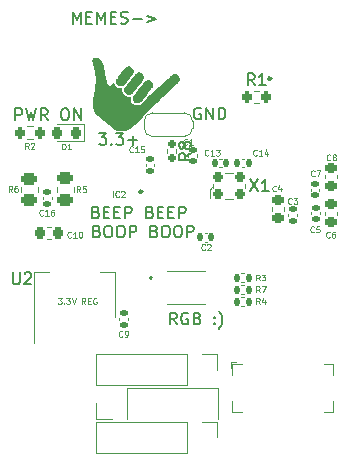
<source format=gto>
G04 #@! TF.GenerationSoftware,KiCad,Pcbnew,7.0.7*
G04 #@! TF.CreationDate,2023-09-06T22:46:29-07:00*
G04 #@! TF.ProjectId,Memory Board,4d656d6f-7279-4204-926f-6172642e6b69,rev?*
G04 #@! TF.SameCoordinates,Original*
G04 #@! TF.FileFunction,Legend,Top*
G04 #@! TF.FilePolarity,Positive*
%FSLAX46Y46*%
G04 Gerber Fmt 4.6, Leading zero omitted, Abs format (unit mm)*
G04 Created by KiCad (PCBNEW 7.0.7) date 2023-09-06 22:46:29*
%MOMM*%
%LPD*%
G01*
G04 APERTURE LIST*
G04 Aperture macros list*
%AMRoundRect*
0 Rectangle with rounded corners*
0 $1 Rounding radius*
0 $2 $3 $4 $5 $6 $7 $8 $9 X,Y pos of 4 corners*
0 Add a 4 corners polygon primitive as box body*
4,1,4,$2,$3,$4,$5,$6,$7,$8,$9,$2,$3,0*
0 Add four circle primitives for the rounded corners*
1,1,$1+$1,$2,$3*
1,1,$1+$1,$4,$5*
1,1,$1+$1,$6,$7*
1,1,$1+$1,$8,$9*
0 Add four rect primitives between the rounded corners*
20,1,$1+$1,$2,$3,$4,$5,0*
20,1,$1+$1,$4,$5,$6,$7,0*
20,1,$1+$1,$6,$7,$8,$9,0*
20,1,$1+$1,$8,$9,$2,$3,0*%
%AMFreePoly0*
4,1,19,0.550000,-0.750000,0.000000,-0.750000,0.000000,-0.744911,-0.071157,-0.744911,-0.207708,-0.704816,-0.327430,-0.627875,-0.420627,-0.520320,-0.479746,-0.390866,-0.500000,-0.250000,-0.500000,0.250000,-0.479746,0.390866,-0.420627,0.520320,-0.327430,0.627875,-0.207708,0.704816,-0.071157,0.744911,0.000000,0.744911,0.000000,0.750000,0.550000,0.750000,0.550000,-0.750000,0.550000,-0.750000,
$1*%
%AMFreePoly1*
4,1,19,0.000000,0.744911,0.071157,0.744911,0.207708,0.704816,0.327430,0.627875,0.420627,0.520320,0.479746,0.390866,0.500000,0.250000,0.500000,-0.250000,0.479746,-0.390866,0.420627,-0.520320,0.327430,-0.627875,0.207708,-0.704816,0.071157,-0.744911,0.000000,-0.744911,0.000000,-0.750000,-0.550000,-0.750000,-0.550000,0.750000,0.000000,0.750000,0.000000,0.744911,0.000000,0.744911,
$1*%
G04 Aperture macros list end*
%ADD10C,0.100000*%
%ADD11C,0.150000*%
%ADD12C,0.090000*%
%ADD13C,0.120000*%
%ADD14C,0.200000*%
%ADD15C,0.250000*%
%ADD16RoundRect,0.160000X-0.160000X0.197500X-0.160000X-0.197500X0.160000X-0.197500X0.160000X0.197500X0*%
%ADD17RoundRect,0.200000X-0.200000X-0.275000X0.200000X-0.275000X0.200000X0.275000X-0.200000X0.275000X0*%
%ADD18RoundRect,0.140000X0.140000X0.170000X-0.140000X0.170000X-0.140000X-0.170000X0.140000X-0.170000X0*%
%ADD19RoundRect,0.140000X-0.140000X-0.170000X0.140000X-0.170000X0.140000X0.170000X-0.140000X0.170000X0*%
%ADD20RoundRect,0.225000X0.250000X-0.225000X0.250000X0.225000X-0.250000X0.225000X-0.250000X-0.225000X0*%
%ADD21C,3.600000*%
%ADD22C,6.400000*%
%ADD23RoundRect,0.200000X0.250000X-0.200000X0.250000X0.200000X-0.250000X0.200000X-0.250000X-0.200000X0*%
%ADD24R,1.800000X0.800000*%
%ADD25RoundRect,0.225000X-0.250000X0.225000X-0.250000X-0.225000X0.250000X-0.225000X0.250000X0.225000X0*%
%ADD26RoundRect,0.135000X0.135000X0.185000X-0.135000X0.185000X-0.135000X-0.185000X0.135000X-0.185000X0*%
%ADD27RoundRect,0.140000X0.170000X-0.140000X0.170000X0.140000X-0.170000X0.140000X-0.170000X-0.140000X0*%
%ADD28C,0.660000*%
%ADD29O,1.000000X0.580000*%
%ADD30R,0.300000X0.850000*%
%ADD31C,1.100000*%
%ADD32RoundRect,0.140000X-0.170000X0.140000X-0.170000X-0.140000X0.170000X-0.140000X0.170000X0.140000X0*%
%ADD33C,1.700000*%
%ADD34O,1.700000X1.700000*%
%ADD35R,1.700000X1.700000*%
%ADD36RoundRect,0.218750X0.218750X0.256250X-0.218750X0.256250X-0.218750X-0.256250X0.218750X-0.256250X0*%
%ADD37R,0.950000X0.450000*%
%ADD38R,3.450000X4.350000*%
%ADD39FreePoly0,180.000000*%
%ADD40R,1.000000X1.500000*%
%ADD41FreePoly1,180.000000*%
%ADD42R,1.500000X2.000000*%
%ADD43R,3.800000X2.000000*%
%ADD44RoundRect,0.250000X0.450000X-0.262500X0.450000X0.262500X-0.450000X0.262500X-0.450000X-0.262500X0*%
%ADD45R,0.750000X0.300000*%
%ADD46R,1.800000X1.650000*%
%ADD47RoundRect,0.250000X-0.450000X0.262500X-0.450000X-0.262500X0.450000X-0.262500X0.450000X0.262500X0*%
%ADD48RoundRect,0.135000X-0.135000X-0.185000X0.135000X-0.185000X0.135000X0.185000X-0.135000X0.185000X0*%
%ADD49RoundRect,0.225000X0.225000X0.250000X-0.225000X0.250000X-0.225000X-0.250000X0.225000X-0.250000X0*%
G04 APERTURE END LIST*
D10*
X30908039Y-50170509D02*
X31217563Y-50170509D01*
X31217563Y-50170509D02*
X31050896Y-50360985D01*
X31050896Y-50360985D02*
X31122325Y-50360985D01*
X31122325Y-50360985D02*
X31169944Y-50384795D01*
X31169944Y-50384795D02*
X31193753Y-50408604D01*
X31193753Y-50408604D02*
X31217563Y-50456223D01*
X31217563Y-50456223D02*
X31217563Y-50575271D01*
X31217563Y-50575271D02*
X31193753Y-50622890D01*
X31193753Y-50622890D02*
X31169944Y-50646700D01*
X31169944Y-50646700D02*
X31122325Y-50670509D01*
X31122325Y-50670509D02*
X30979468Y-50670509D01*
X30979468Y-50670509D02*
X30931849Y-50646700D01*
X30931849Y-50646700D02*
X30908039Y-50622890D01*
X31431848Y-50622890D02*
X31455658Y-50646700D01*
X31455658Y-50646700D02*
X31431848Y-50670509D01*
X31431848Y-50670509D02*
X31408039Y-50646700D01*
X31408039Y-50646700D02*
X31431848Y-50622890D01*
X31431848Y-50622890D02*
X31431848Y-50670509D01*
X31622324Y-50170509D02*
X31931848Y-50170509D01*
X31931848Y-50170509D02*
X31765181Y-50360985D01*
X31765181Y-50360985D02*
X31836610Y-50360985D01*
X31836610Y-50360985D02*
X31884229Y-50384795D01*
X31884229Y-50384795D02*
X31908038Y-50408604D01*
X31908038Y-50408604D02*
X31931848Y-50456223D01*
X31931848Y-50456223D02*
X31931848Y-50575271D01*
X31931848Y-50575271D02*
X31908038Y-50622890D01*
X31908038Y-50622890D02*
X31884229Y-50646700D01*
X31884229Y-50646700D02*
X31836610Y-50670509D01*
X31836610Y-50670509D02*
X31693753Y-50670509D01*
X31693753Y-50670509D02*
X31646134Y-50646700D01*
X31646134Y-50646700D02*
X31622324Y-50622890D01*
X32074705Y-50170509D02*
X32241371Y-50670509D01*
X32241371Y-50670509D02*
X32408038Y-50170509D01*
X33241370Y-50670509D02*
X33074704Y-50432414D01*
X32955656Y-50670509D02*
X32955656Y-50170509D01*
X32955656Y-50170509D02*
X33146132Y-50170509D01*
X33146132Y-50170509D02*
X33193751Y-50194319D01*
X33193751Y-50194319D02*
X33217561Y-50218128D01*
X33217561Y-50218128D02*
X33241370Y-50265747D01*
X33241370Y-50265747D02*
X33241370Y-50337176D01*
X33241370Y-50337176D02*
X33217561Y-50384795D01*
X33217561Y-50384795D02*
X33193751Y-50408604D01*
X33193751Y-50408604D02*
X33146132Y-50432414D01*
X33146132Y-50432414D02*
X32955656Y-50432414D01*
X33455656Y-50408604D02*
X33622323Y-50408604D01*
X33693751Y-50670509D02*
X33455656Y-50670509D01*
X33455656Y-50670509D02*
X33455656Y-50170509D01*
X33455656Y-50170509D02*
X33693751Y-50170509D01*
X34169942Y-50194319D02*
X34122323Y-50170509D01*
X34122323Y-50170509D02*
X34050894Y-50170509D01*
X34050894Y-50170509D02*
X33979466Y-50194319D01*
X33979466Y-50194319D02*
X33931847Y-50241938D01*
X33931847Y-50241938D02*
X33908037Y-50289557D01*
X33908037Y-50289557D02*
X33884228Y-50384795D01*
X33884228Y-50384795D02*
X33884228Y-50456223D01*
X33884228Y-50456223D02*
X33908037Y-50551461D01*
X33908037Y-50551461D02*
X33931847Y-50599080D01*
X33931847Y-50599080D02*
X33979466Y-50646700D01*
X33979466Y-50646700D02*
X34050894Y-50670509D01*
X34050894Y-50670509D02*
X34098513Y-50670509D01*
X34098513Y-50670509D02*
X34169942Y-50646700D01*
X34169942Y-50646700D02*
X34193751Y-50622890D01*
X34193751Y-50622890D02*
X34193751Y-50456223D01*
X34193751Y-50456223D02*
X34098513Y-50456223D01*
D11*
X32188379Y-26920819D02*
X32188379Y-25920819D01*
X32188379Y-25920819D02*
X32521712Y-26635104D01*
X32521712Y-26635104D02*
X32855045Y-25920819D01*
X32855045Y-25920819D02*
X32855045Y-26920819D01*
X33331236Y-26397009D02*
X33664569Y-26397009D01*
X33807426Y-26920819D02*
X33331236Y-26920819D01*
X33331236Y-26920819D02*
X33331236Y-25920819D01*
X33331236Y-25920819D02*
X33807426Y-25920819D01*
X34235998Y-26920819D02*
X34235998Y-25920819D01*
X34235998Y-25920819D02*
X34569331Y-26635104D01*
X34569331Y-26635104D02*
X34902664Y-25920819D01*
X34902664Y-25920819D02*
X34902664Y-26920819D01*
X35378855Y-26397009D02*
X35712188Y-26397009D01*
X35855045Y-26920819D02*
X35378855Y-26920819D01*
X35378855Y-26920819D02*
X35378855Y-25920819D01*
X35378855Y-25920819D02*
X35855045Y-25920819D01*
X36235998Y-26873200D02*
X36378855Y-26920819D01*
X36378855Y-26920819D02*
X36616950Y-26920819D01*
X36616950Y-26920819D02*
X36712188Y-26873200D01*
X36712188Y-26873200D02*
X36759807Y-26825580D01*
X36759807Y-26825580D02*
X36807426Y-26730342D01*
X36807426Y-26730342D02*
X36807426Y-26635104D01*
X36807426Y-26635104D02*
X36759807Y-26539866D01*
X36759807Y-26539866D02*
X36712188Y-26492247D01*
X36712188Y-26492247D02*
X36616950Y-26444628D01*
X36616950Y-26444628D02*
X36426474Y-26397009D01*
X36426474Y-26397009D02*
X36331236Y-26349390D01*
X36331236Y-26349390D02*
X36283617Y-26301771D01*
X36283617Y-26301771D02*
X36235998Y-26206533D01*
X36235998Y-26206533D02*
X36235998Y-26111295D01*
X36235998Y-26111295D02*
X36283617Y-26016057D01*
X36283617Y-26016057D02*
X36331236Y-25968438D01*
X36331236Y-25968438D02*
X36426474Y-25920819D01*
X36426474Y-25920819D02*
X36664569Y-25920819D01*
X36664569Y-25920819D02*
X36807426Y-25968438D01*
X37235998Y-26539866D02*
X37997903Y-26539866D01*
X38474093Y-26254152D02*
X39235998Y-26539866D01*
X39235998Y-26539866D02*
X38474093Y-26825580D01*
X27317178Y-35112219D02*
X27317178Y-34112219D01*
X27317178Y-34112219D02*
X27698130Y-34112219D01*
X27698130Y-34112219D02*
X27793368Y-34159838D01*
X27793368Y-34159838D02*
X27840987Y-34207457D01*
X27840987Y-34207457D02*
X27888606Y-34302695D01*
X27888606Y-34302695D02*
X27888606Y-34445552D01*
X27888606Y-34445552D02*
X27840987Y-34540790D01*
X27840987Y-34540790D02*
X27793368Y-34588409D01*
X27793368Y-34588409D02*
X27698130Y-34636028D01*
X27698130Y-34636028D02*
X27317178Y-34636028D01*
X28221940Y-34112219D02*
X28460035Y-35112219D01*
X28460035Y-35112219D02*
X28650511Y-34397933D01*
X28650511Y-34397933D02*
X28840987Y-35112219D01*
X28840987Y-35112219D02*
X29079083Y-34112219D01*
X30031463Y-35112219D02*
X29698130Y-34636028D01*
X29460035Y-35112219D02*
X29460035Y-34112219D01*
X29460035Y-34112219D02*
X29840987Y-34112219D01*
X29840987Y-34112219D02*
X29936225Y-34159838D01*
X29936225Y-34159838D02*
X29983844Y-34207457D01*
X29983844Y-34207457D02*
X30031463Y-34302695D01*
X30031463Y-34302695D02*
X30031463Y-34445552D01*
X30031463Y-34445552D02*
X29983844Y-34540790D01*
X29983844Y-34540790D02*
X29936225Y-34588409D01*
X29936225Y-34588409D02*
X29840987Y-34636028D01*
X29840987Y-34636028D02*
X29460035Y-34636028D01*
X31412416Y-34112219D02*
X31602892Y-34112219D01*
X31602892Y-34112219D02*
X31698130Y-34159838D01*
X31698130Y-34159838D02*
X31793368Y-34255076D01*
X31793368Y-34255076D02*
X31840987Y-34445552D01*
X31840987Y-34445552D02*
X31840987Y-34778885D01*
X31840987Y-34778885D02*
X31793368Y-34969361D01*
X31793368Y-34969361D02*
X31698130Y-35064600D01*
X31698130Y-35064600D02*
X31602892Y-35112219D01*
X31602892Y-35112219D02*
X31412416Y-35112219D01*
X31412416Y-35112219D02*
X31317178Y-35064600D01*
X31317178Y-35064600D02*
X31221940Y-34969361D01*
X31221940Y-34969361D02*
X31174321Y-34778885D01*
X31174321Y-34778885D02*
X31174321Y-34445552D01*
X31174321Y-34445552D02*
X31221940Y-34255076D01*
X31221940Y-34255076D02*
X31317178Y-34159838D01*
X31317178Y-34159838D02*
X31412416Y-34112219D01*
X32269559Y-35112219D02*
X32269559Y-34112219D01*
X32269559Y-34112219D02*
X32840987Y-35112219D01*
X32840987Y-35112219D02*
X32840987Y-34112219D01*
X40964007Y-52397019D02*
X40630674Y-51920828D01*
X40392579Y-52397019D02*
X40392579Y-51397019D01*
X40392579Y-51397019D02*
X40773531Y-51397019D01*
X40773531Y-51397019D02*
X40868769Y-51444638D01*
X40868769Y-51444638D02*
X40916388Y-51492257D01*
X40916388Y-51492257D02*
X40964007Y-51587495D01*
X40964007Y-51587495D02*
X40964007Y-51730352D01*
X40964007Y-51730352D02*
X40916388Y-51825590D01*
X40916388Y-51825590D02*
X40868769Y-51873209D01*
X40868769Y-51873209D02*
X40773531Y-51920828D01*
X40773531Y-51920828D02*
X40392579Y-51920828D01*
X41916388Y-51444638D02*
X41821150Y-51397019D01*
X41821150Y-51397019D02*
X41678293Y-51397019D01*
X41678293Y-51397019D02*
X41535436Y-51444638D01*
X41535436Y-51444638D02*
X41440198Y-51539876D01*
X41440198Y-51539876D02*
X41392579Y-51635114D01*
X41392579Y-51635114D02*
X41344960Y-51825590D01*
X41344960Y-51825590D02*
X41344960Y-51968447D01*
X41344960Y-51968447D02*
X41392579Y-52158923D01*
X41392579Y-52158923D02*
X41440198Y-52254161D01*
X41440198Y-52254161D02*
X41535436Y-52349400D01*
X41535436Y-52349400D02*
X41678293Y-52397019D01*
X41678293Y-52397019D02*
X41773531Y-52397019D01*
X41773531Y-52397019D02*
X41916388Y-52349400D01*
X41916388Y-52349400D02*
X41964007Y-52301780D01*
X41964007Y-52301780D02*
X41964007Y-51968447D01*
X41964007Y-51968447D02*
X41773531Y-51968447D01*
X42725912Y-51873209D02*
X42868769Y-51920828D01*
X42868769Y-51920828D02*
X42916388Y-51968447D01*
X42916388Y-51968447D02*
X42964007Y-52063685D01*
X42964007Y-52063685D02*
X42964007Y-52206542D01*
X42964007Y-52206542D02*
X42916388Y-52301780D01*
X42916388Y-52301780D02*
X42868769Y-52349400D01*
X42868769Y-52349400D02*
X42773531Y-52397019D01*
X42773531Y-52397019D02*
X42392579Y-52397019D01*
X42392579Y-52397019D02*
X42392579Y-51397019D01*
X42392579Y-51397019D02*
X42725912Y-51397019D01*
X42725912Y-51397019D02*
X42821150Y-51444638D01*
X42821150Y-51444638D02*
X42868769Y-51492257D01*
X42868769Y-51492257D02*
X42916388Y-51587495D01*
X42916388Y-51587495D02*
X42916388Y-51682733D01*
X42916388Y-51682733D02*
X42868769Y-51777971D01*
X42868769Y-51777971D02*
X42821150Y-51825590D01*
X42821150Y-51825590D02*
X42725912Y-51873209D01*
X42725912Y-51873209D02*
X42392579Y-51873209D01*
X44154484Y-52301780D02*
X44202103Y-52349400D01*
X44202103Y-52349400D02*
X44154484Y-52397019D01*
X44154484Y-52397019D02*
X44106865Y-52349400D01*
X44106865Y-52349400D02*
X44154484Y-52301780D01*
X44154484Y-52301780D02*
X44154484Y-52397019D01*
X44154484Y-51777971D02*
X44202103Y-51825590D01*
X44202103Y-51825590D02*
X44154484Y-51873209D01*
X44154484Y-51873209D02*
X44106865Y-51825590D01*
X44106865Y-51825590D02*
X44154484Y-51777971D01*
X44154484Y-51777971D02*
X44154484Y-51873209D01*
X44535436Y-52777971D02*
X44583055Y-52730352D01*
X44583055Y-52730352D02*
X44678293Y-52587495D01*
X44678293Y-52587495D02*
X44725912Y-52492257D01*
X44725912Y-52492257D02*
X44773531Y-52349400D01*
X44773531Y-52349400D02*
X44821150Y-52111304D01*
X44821150Y-52111304D02*
X44821150Y-51920828D01*
X44821150Y-51920828D02*
X44773531Y-51682733D01*
X44773531Y-51682733D02*
X44725912Y-51539876D01*
X44725912Y-51539876D02*
X44678293Y-51444638D01*
X44678293Y-51444638D02*
X44583055Y-51301780D01*
X44583055Y-51301780D02*
X44535436Y-51254161D01*
X34125399Y-42890209D02*
X34268256Y-42937828D01*
X34268256Y-42937828D02*
X34315875Y-42985447D01*
X34315875Y-42985447D02*
X34363494Y-43080685D01*
X34363494Y-43080685D02*
X34363494Y-43223542D01*
X34363494Y-43223542D02*
X34315875Y-43318780D01*
X34315875Y-43318780D02*
X34268256Y-43366400D01*
X34268256Y-43366400D02*
X34173018Y-43414019D01*
X34173018Y-43414019D02*
X33792066Y-43414019D01*
X33792066Y-43414019D02*
X33792066Y-42414019D01*
X33792066Y-42414019D02*
X34125399Y-42414019D01*
X34125399Y-42414019D02*
X34220637Y-42461638D01*
X34220637Y-42461638D02*
X34268256Y-42509257D01*
X34268256Y-42509257D02*
X34315875Y-42604495D01*
X34315875Y-42604495D02*
X34315875Y-42699733D01*
X34315875Y-42699733D02*
X34268256Y-42794971D01*
X34268256Y-42794971D02*
X34220637Y-42842590D01*
X34220637Y-42842590D02*
X34125399Y-42890209D01*
X34125399Y-42890209D02*
X33792066Y-42890209D01*
X34792066Y-42890209D02*
X35125399Y-42890209D01*
X35268256Y-43414019D02*
X34792066Y-43414019D01*
X34792066Y-43414019D02*
X34792066Y-42414019D01*
X34792066Y-42414019D02*
X35268256Y-42414019D01*
X35696828Y-42890209D02*
X36030161Y-42890209D01*
X36173018Y-43414019D02*
X35696828Y-43414019D01*
X35696828Y-43414019D02*
X35696828Y-42414019D01*
X35696828Y-42414019D02*
X36173018Y-42414019D01*
X36601590Y-43414019D02*
X36601590Y-42414019D01*
X36601590Y-42414019D02*
X36982542Y-42414019D01*
X36982542Y-42414019D02*
X37077780Y-42461638D01*
X37077780Y-42461638D02*
X37125399Y-42509257D01*
X37125399Y-42509257D02*
X37173018Y-42604495D01*
X37173018Y-42604495D02*
X37173018Y-42747352D01*
X37173018Y-42747352D02*
X37125399Y-42842590D01*
X37125399Y-42842590D02*
X37077780Y-42890209D01*
X37077780Y-42890209D02*
X36982542Y-42937828D01*
X36982542Y-42937828D02*
X36601590Y-42937828D01*
X38696828Y-42890209D02*
X38839685Y-42937828D01*
X38839685Y-42937828D02*
X38887304Y-42985447D01*
X38887304Y-42985447D02*
X38934923Y-43080685D01*
X38934923Y-43080685D02*
X38934923Y-43223542D01*
X38934923Y-43223542D02*
X38887304Y-43318780D01*
X38887304Y-43318780D02*
X38839685Y-43366400D01*
X38839685Y-43366400D02*
X38744447Y-43414019D01*
X38744447Y-43414019D02*
X38363495Y-43414019D01*
X38363495Y-43414019D02*
X38363495Y-42414019D01*
X38363495Y-42414019D02*
X38696828Y-42414019D01*
X38696828Y-42414019D02*
X38792066Y-42461638D01*
X38792066Y-42461638D02*
X38839685Y-42509257D01*
X38839685Y-42509257D02*
X38887304Y-42604495D01*
X38887304Y-42604495D02*
X38887304Y-42699733D01*
X38887304Y-42699733D02*
X38839685Y-42794971D01*
X38839685Y-42794971D02*
X38792066Y-42842590D01*
X38792066Y-42842590D02*
X38696828Y-42890209D01*
X38696828Y-42890209D02*
X38363495Y-42890209D01*
X39363495Y-42890209D02*
X39696828Y-42890209D01*
X39839685Y-43414019D02*
X39363495Y-43414019D01*
X39363495Y-43414019D02*
X39363495Y-42414019D01*
X39363495Y-42414019D02*
X39839685Y-42414019D01*
X40268257Y-42890209D02*
X40601590Y-42890209D01*
X40744447Y-43414019D02*
X40268257Y-43414019D01*
X40268257Y-43414019D02*
X40268257Y-42414019D01*
X40268257Y-42414019D02*
X40744447Y-42414019D01*
X41173019Y-43414019D02*
X41173019Y-42414019D01*
X41173019Y-42414019D02*
X41553971Y-42414019D01*
X41553971Y-42414019D02*
X41649209Y-42461638D01*
X41649209Y-42461638D02*
X41696828Y-42509257D01*
X41696828Y-42509257D02*
X41744447Y-42604495D01*
X41744447Y-42604495D02*
X41744447Y-42747352D01*
X41744447Y-42747352D02*
X41696828Y-42842590D01*
X41696828Y-42842590D02*
X41649209Y-42890209D01*
X41649209Y-42890209D02*
X41553971Y-42937828D01*
X41553971Y-42937828D02*
X41173019Y-42937828D01*
X34220638Y-44500209D02*
X34363495Y-44547828D01*
X34363495Y-44547828D02*
X34411114Y-44595447D01*
X34411114Y-44595447D02*
X34458733Y-44690685D01*
X34458733Y-44690685D02*
X34458733Y-44833542D01*
X34458733Y-44833542D02*
X34411114Y-44928780D01*
X34411114Y-44928780D02*
X34363495Y-44976400D01*
X34363495Y-44976400D02*
X34268257Y-45024019D01*
X34268257Y-45024019D02*
X33887305Y-45024019D01*
X33887305Y-45024019D02*
X33887305Y-44024019D01*
X33887305Y-44024019D02*
X34220638Y-44024019D01*
X34220638Y-44024019D02*
X34315876Y-44071638D01*
X34315876Y-44071638D02*
X34363495Y-44119257D01*
X34363495Y-44119257D02*
X34411114Y-44214495D01*
X34411114Y-44214495D02*
X34411114Y-44309733D01*
X34411114Y-44309733D02*
X34363495Y-44404971D01*
X34363495Y-44404971D02*
X34315876Y-44452590D01*
X34315876Y-44452590D02*
X34220638Y-44500209D01*
X34220638Y-44500209D02*
X33887305Y-44500209D01*
X35077781Y-44024019D02*
X35268257Y-44024019D01*
X35268257Y-44024019D02*
X35363495Y-44071638D01*
X35363495Y-44071638D02*
X35458733Y-44166876D01*
X35458733Y-44166876D02*
X35506352Y-44357352D01*
X35506352Y-44357352D02*
X35506352Y-44690685D01*
X35506352Y-44690685D02*
X35458733Y-44881161D01*
X35458733Y-44881161D02*
X35363495Y-44976400D01*
X35363495Y-44976400D02*
X35268257Y-45024019D01*
X35268257Y-45024019D02*
X35077781Y-45024019D01*
X35077781Y-45024019D02*
X34982543Y-44976400D01*
X34982543Y-44976400D02*
X34887305Y-44881161D01*
X34887305Y-44881161D02*
X34839686Y-44690685D01*
X34839686Y-44690685D02*
X34839686Y-44357352D01*
X34839686Y-44357352D02*
X34887305Y-44166876D01*
X34887305Y-44166876D02*
X34982543Y-44071638D01*
X34982543Y-44071638D02*
X35077781Y-44024019D01*
X36125400Y-44024019D02*
X36315876Y-44024019D01*
X36315876Y-44024019D02*
X36411114Y-44071638D01*
X36411114Y-44071638D02*
X36506352Y-44166876D01*
X36506352Y-44166876D02*
X36553971Y-44357352D01*
X36553971Y-44357352D02*
X36553971Y-44690685D01*
X36553971Y-44690685D02*
X36506352Y-44881161D01*
X36506352Y-44881161D02*
X36411114Y-44976400D01*
X36411114Y-44976400D02*
X36315876Y-45024019D01*
X36315876Y-45024019D02*
X36125400Y-45024019D01*
X36125400Y-45024019D02*
X36030162Y-44976400D01*
X36030162Y-44976400D02*
X35934924Y-44881161D01*
X35934924Y-44881161D02*
X35887305Y-44690685D01*
X35887305Y-44690685D02*
X35887305Y-44357352D01*
X35887305Y-44357352D02*
X35934924Y-44166876D01*
X35934924Y-44166876D02*
X36030162Y-44071638D01*
X36030162Y-44071638D02*
X36125400Y-44024019D01*
X36982543Y-45024019D02*
X36982543Y-44024019D01*
X36982543Y-44024019D02*
X37363495Y-44024019D01*
X37363495Y-44024019D02*
X37458733Y-44071638D01*
X37458733Y-44071638D02*
X37506352Y-44119257D01*
X37506352Y-44119257D02*
X37553971Y-44214495D01*
X37553971Y-44214495D02*
X37553971Y-44357352D01*
X37553971Y-44357352D02*
X37506352Y-44452590D01*
X37506352Y-44452590D02*
X37458733Y-44500209D01*
X37458733Y-44500209D02*
X37363495Y-44547828D01*
X37363495Y-44547828D02*
X36982543Y-44547828D01*
X39077781Y-44500209D02*
X39220638Y-44547828D01*
X39220638Y-44547828D02*
X39268257Y-44595447D01*
X39268257Y-44595447D02*
X39315876Y-44690685D01*
X39315876Y-44690685D02*
X39315876Y-44833542D01*
X39315876Y-44833542D02*
X39268257Y-44928780D01*
X39268257Y-44928780D02*
X39220638Y-44976400D01*
X39220638Y-44976400D02*
X39125400Y-45024019D01*
X39125400Y-45024019D02*
X38744448Y-45024019D01*
X38744448Y-45024019D02*
X38744448Y-44024019D01*
X38744448Y-44024019D02*
X39077781Y-44024019D01*
X39077781Y-44024019D02*
X39173019Y-44071638D01*
X39173019Y-44071638D02*
X39220638Y-44119257D01*
X39220638Y-44119257D02*
X39268257Y-44214495D01*
X39268257Y-44214495D02*
X39268257Y-44309733D01*
X39268257Y-44309733D02*
X39220638Y-44404971D01*
X39220638Y-44404971D02*
X39173019Y-44452590D01*
X39173019Y-44452590D02*
X39077781Y-44500209D01*
X39077781Y-44500209D02*
X38744448Y-44500209D01*
X39934924Y-44024019D02*
X40125400Y-44024019D01*
X40125400Y-44024019D02*
X40220638Y-44071638D01*
X40220638Y-44071638D02*
X40315876Y-44166876D01*
X40315876Y-44166876D02*
X40363495Y-44357352D01*
X40363495Y-44357352D02*
X40363495Y-44690685D01*
X40363495Y-44690685D02*
X40315876Y-44881161D01*
X40315876Y-44881161D02*
X40220638Y-44976400D01*
X40220638Y-44976400D02*
X40125400Y-45024019D01*
X40125400Y-45024019D02*
X39934924Y-45024019D01*
X39934924Y-45024019D02*
X39839686Y-44976400D01*
X39839686Y-44976400D02*
X39744448Y-44881161D01*
X39744448Y-44881161D02*
X39696829Y-44690685D01*
X39696829Y-44690685D02*
X39696829Y-44357352D01*
X39696829Y-44357352D02*
X39744448Y-44166876D01*
X39744448Y-44166876D02*
X39839686Y-44071638D01*
X39839686Y-44071638D02*
X39934924Y-44024019D01*
X40982543Y-44024019D02*
X41173019Y-44024019D01*
X41173019Y-44024019D02*
X41268257Y-44071638D01*
X41268257Y-44071638D02*
X41363495Y-44166876D01*
X41363495Y-44166876D02*
X41411114Y-44357352D01*
X41411114Y-44357352D02*
X41411114Y-44690685D01*
X41411114Y-44690685D02*
X41363495Y-44881161D01*
X41363495Y-44881161D02*
X41268257Y-44976400D01*
X41268257Y-44976400D02*
X41173019Y-45024019D01*
X41173019Y-45024019D02*
X40982543Y-45024019D01*
X40982543Y-45024019D02*
X40887305Y-44976400D01*
X40887305Y-44976400D02*
X40792067Y-44881161D01*
X40792067Y-44881161D02*
X40744448Y-44690685D01*
X40744448Y-44690685D02*
X40744448Y-44357352D01*
X40744448Y-44357352D02*
X40792067Y-44166876D01*
X40792067Y-44166876D02*
X40887305Y-44071638D01*
X40887305Y-44071638D02*
X40982543Y-44024019D01*
X41839686Y-45024019D02*
X41839686Y-44024019D01*
X41839686Y-44024019D02*
X42220638Y-44024019D01*
X42220638Y-44024019D02*
X42315876Y-44071638D01*
X42315876Y-44071638D02*
X42363495Y-44119257D01*
X42363495Y-44119257D02*
X42411114Y-44214495D01*
X42411114Y-44214495D02*
X42411114Y-44357352D01*
X42411114Y-44357352D02*
X42363495Y-44452590D01*
X42363495Y-44452590D02*
X42315876Y-44500209D01*
X42315876Y-44500209D02*
X42220638Y-44547828D01*
X42220638Y-44547828D02*
X41839686Y-44547828D01*
X42163219Y-37885666D02*
X41687028Y-38218999D01*
X42163219Y-38457094D02*
X41163219Y-38457094D01*
X41163219Y-38457094D02*
X41163219Y-38076142D01*
X41163219Y-38076142D02*
X41210838Y-37980904D01*
X41210838Y-37980904D02*
X41258457Y-37933285D01*
X41258457Y-37933285D02*
X41353695Y-37885666D01*
X41353695Y-37885666D02*
X41496552Y-37885666D01*
X41496552Y-37885666D02*
X41591790Y-37933285D01*
X41591790Y-37933285D02*
X41639409Y-37980904D01*
X41639409Y-37980904D02*
X41687028Y-38076142D01*
X41687028Y-38076142D02*
X41687028Y-38457094D01*
X41591790Y-37314237D02*
X41544171Y-37409475D01*
X41544171Y-37409475D02*
X41496552Y-37457094D01*
X41496552Y-37457094D02*
X41401314Y-37504713D01*
X41401314Y-37504713D02*
X41353695Y-37504713D01*
X41353695Y-37504713D02*
X41258457Y-37457094D01*
X41258457Y-37457094D02*
X41210838Y-37409475D01*
X41210838Y-37409475D02*
X41163219Y-37314237D01*
X41163219Y-37314237D02*
X41163219Y-37123761D01*
X41163219Y-37123761D02*
X41210838Y-37028523D01*
X41210838Y-37028523D02*
X41258457Y-36980904D01*
X41258457Y-36980904D02*
X41353695Y-36933285D01*
X41353695Y-36933285D02*
X41401314Y-36933285D01*
X41401314Y-36933285D02*
X41496552Y-36980904D01*
X41496552Y-36980904D02*
X41544171Y-37028523D01*
X41544171Y-37028523D02*
X41591790Y-37123761D01*
X41591790Y-37123761D02*
X41591790Y-37314237D01*
X41591790Y-37314237D02*
X41639409Y-37409475D01*
X41639409Y-37409475D02*
X41687028Y-37457094D01*
X41687028Y-37457094D02*
X41782266Y-37504713D01*
X41782266Y-37504713D02*
X41972742Y-37504713D01*
X41972742Y-37504713D02*
X42067980Y-37457094D01*
X42067980Y-37457094D02*
X42115600Y-37409475D01*
X42115600Y-37409475D02*
X42163219Y-37314237D01*
X42163219Y-37314237D02*
X42163219Y-37123761D01*
X42163219Y-37123761D02*
X42115600Y-37028523D01*
X42115600Y-37028523D02*
X42067980Y-36980904D01*
X42067980Y-36980904D02*
X41972742Y-36933285D01*
X41972742Y-36933285D02*
X41782266Y-36933285D01*
X41782266Y-36933285D02*
X41687028Y-36980904D01*
X41687028Y-36980904D02*
X41639409Y-37028523D01*
X41639409Y-37028523D02*
X41591790Y-37123761D01*
X47559933Y-32146419D02*
X47226600Y-31670228D01*
X46988505Y-32146419D02*
X46988505Y-31146419D01*
X46988505Y-31146419D02*
X47369457Y-31146419D01*
X47369457Y-31146419D02*
X47464695Y-31194038D01*
X47464695Y-31194038D02*
X47512314Y-31241657D01*
X47512314Y-31241657D02*
X47559933Y-31336895D01*
X47559933Y-31336895D02*
X47559933Y-31479752D01*
X47559933Y-31479752D02*
X47512314Y-31574990D01*
X47512314Y-31574990D02*
X47464695Y-31622609D01*
X47464695Y-31622609D02*
X47369457Y-31670228D01*
X47369457Y-31670228D02*
X46988505Y-31670228D01*
X48512314Y-32146419D02*
X47940886Y-32146419D01*
X48226600Y-32146419D02*
X48226600Y-31146419D01*
X48226600Y-31146419D02*
X48131362Y-31289276D01*
X48131362Y-31289276D02*
X48036124Y-31384514D01*
X48036124Y-31384514D02*
X47940886Y-31432133D01*
D10*
X43645971Y-38049890D02*
X43622162Y-38073700D01*
X43622162Y-38073700D02*
X43550733Y-38097509D01*
X43550733Y-38097509D02*
X43503114Y-38097509D01*
X43503114Y-38097509D02*
X43431686Y-38073700D01*
X43431686Y-38073700D02*
X43384067Y-38026080D01*
X43384067Y-38026080D02*
X43360257Y-37978461D01*
X43360257Y-37978461D02*
X43336448Y-37883223D01*
X43336448Y-37883223D02*
X43336448Y-37811795D01*
X43336448Y-37811795D02*
X43360257Y-37716557D01*
X43360257Y-37716557D02*
X43384067Y-37668938D01*
X43384067Y-37668938D02*
X43431686Y-37621319D01*
X43431686Y-37621319D02*
X43503114Y-37597509D01*
X43503114Y-37597509D02*
X43550733Y-37597509D01*
X43550733Y-37597509D02*
X43622162Y-37621319D01*
X43622162Y-37621319D02*
X43645971Y-37645128D01*
X44122162Y-38097509D02*
X43836448Y-38097509D01*
X43979305Y-38097509D02*
X43979305Y-37597509D01*
X43979305Y-37597509D02*
X43931686Y-37668938D01*
X43931686Y-37668938D02*
X43884067Y-37716557D01*
X43884067Y-37716557D02*
X43836448Y-37740366D01*
X44288828Y-37597509D02*
X44598352Y-37597509D01*
X44598352Y-37597509D02*
X44431685Y-37787985D01*
X44431685Y-37787985D02*
X44503114Y-37787985D01*
X44503114Y-37787985D02*
X44550733Y-37811795D01*
X44550733Y-37811795D02*
X44574542Y-37835604D01*
X44574542Y-37835604D02*
X44598352Y-37883223D01*
X44598352Y-37883223D02*
X44598352Y-38002271D01*
X44598352Y-38002271D02*
X44574542Y-38049890D01*
X44574542Y-38049890D02*
X44550733Y-38073700D01*
X44550733Y-38073700D02*
X44503114Y-38097509D01*
X44503114Y-38097509D02*
X44360257Y-38097509D01*
X44360257Y-38097509D02*
X44312638Y-38073700D01*
X44312638Y-38073700D02*
X44288828Y-38049890D01*
X43360666Y-46050890D02*
X43336857Y-46074700D01*
X43336857Y-46074700D02*
X43265428Y-46098509D01*
X43265428Y-46098509D02*
X43217809Y-46098509D01*
X43217809Y-46098509D02*
X43146381Y-46074700D01*
X43146381Y-46074700D02*
X43098762Y-46027080D01*
X43098762Y-46027080D02*
X43074952Y-45979461D01*
X43074952Y-45979461D02*
X43051143Y-45884223D01*
X43051143Y-45884223D02*
X43051143Y-45812795D01*
X43051143Y-45812795D02*
X43074952Y-45717557D01*
X43074952Y-45717557D02*
X43098762Y-45669938D01*
X43098762Y-45669938D02*
X43146381Y-45622319D01*
X43146381Y-45622319D02*
X43217809Y-45598509D01*
X43217809Y-45598509D02*
X43265428Y-45598509D01*
X43265428Y-45598509D02*
X43336857Y-45622319D01*
X43336857Y-45622319D02*
X43360666Y-45646128D01*
X43551143Y-45646128D02*
X43574952Y-45622319D01*
X43574952Y-45622319D02*
X43622571Y-45598509D01*
X43622571Y-45598509D02*
X43741619Y-45598509D01*
X43741619Y-45598509D02*
X43789238Y-45622319D01*
X43789238Y-45622319D02*
X43813047Y-45646128D01*
X43813047Y-45646128D02*
X43836857Y-45693747D01*
X43836857Y-45693747D02*
X43836857Y-45741366D01*
X43836857Y-45741366D02*
X43813047Y-45812795D01*
X43813047Y-45812795D02*
X43527333Y-46098509D01*
X43527333Y-46098509D02*
X43836857Y-46098509D01*
X53976666Y-38460890D02*
X53952857Y-38484700D01*
X53952857Y-38484700D02*
X53881428Y-38508509D01*
X53881428Y-38508509D02*
X53833809Y-38508509D01*
X53833809Y-38508509D02*
X53762381Y-38484700D01*
X53762381Y-38484700D02*
X53714762Y-38437080D01*
X53714762Y-38437080D02*
X53690952Y-38389461D01*
X53690952Y-38389461D02*
X53667143Y-38294223D01*
X53667143Y-38294223D02*
X53667143Y-38222795D01*
X53667143Y-38222795D02*
X53690952Y-38127557D01*
X53690952Y-38127557D02*
X53714762Y-38079938D01*
X53714762Y-38079938D02*
X53762381Y-38032319D01*
X53762381Y-38032319D02*
X53833809Y-38008509D01*
X53833809Y-38008509D02*
X53881428Y-38008509D01*
X53881428Y-38008509D02*
X53952857Y-38032319D01*
X53952857Y-38032319D02*
X53976666Y-38056128D01*
X54262381Y-38222795D02*
X54214762Y-38198985D01*
X54214762Y-38198985D02*
X54190952Y-38175176D01*
X54190952Y-38175176D02*
X54167143Y-38127557D01*
X54167143Y-38127557D02*
X54167143Y-38103747D01*
X54167143Y-38103747D02*
X54190952Y-38056128D01*
X54190952Y-38056128D02*
X54214762Y-38032319D01*
X54214762Y-38032319D02*
X54262381Y-38008509D01*
X54262381Y-38008509D02*
X54357619Y-38008509D01*
X54357619Y-38008509D02*
X54405238Y-38032319D01*
X54405238Y-38032319D02*
X54429047Y-38056128D01*
X54429047Y-38056128D02*
X54452857Y-38103747D01*
X54452857Y-38103747D02*
X54452857Y-38127557D01*
X54452857Y-38127557D02*
X54429047Y-38175176D01*
X54429047Y-38175176D02*
X54405238Y-38198985D01*
X54405238Y-38198985D02*
X54357619Y-38222795D01*
X54357619Y-38222795D02*
X54262381Y-38222795D01*
X54262381Y-38222795D02*
X54214762Y-38246604D01*
X54214762Y-38246604D02*
X54190952Y-38270414D01*
X54190952Y-38270414D02*
X54167143Y-38318033D01*
X54167143Y-38318033D02*
X54167143Y-38413271D01*
X54167143Y-38413271D02*
X54190952Y-38460890D01*
X54190952Y-38460890D02*
X54214762Y-38484700D01*
X54214762Y-38484700D02*
X54262381Y-38508509D01*
X54262381Y-38508509D02*
X54357619Y-38508509D01*
X54357619Y-38508509D02*
X54405238Y-38484700D01*
X54405238Y-38484700D02*
X54429047Y-38460890D01*
X54429047Y-38460890D02*
X54452857Y-38413271D01*
X54452857Y-38413271D02*
X54452857Y-38318033D01*
X54452857Y-38318033D02*
X54429047Y-38270414D01*
X54429047Y-38270414D02*
X54405238Y-38246604D01*
X54405238Y-38246604D02*
X54357619Y-38222795D01*
D11*
X47171076Y-40120219D02*
X47837742Y-41120219D01*
X47837742Y-40120219D02*
X47171076Y-41120219D01*
X48742504Y-41120219D02*
X48171076Y-41120219D01*
X48456790Y-41120219D02*
X48456790Y-40120219D01*
X48456790Y-40120219D02*
X48361552Y-40263076D01*
X48361552Y-40263076D02*
X48266314Y-40358314D01*
X48266314Y-40358314D02*
X48171076Y-40405933D01*
D10*
X53920866Y-45012890D02*
X53897057Y-45036700D01*
X53897057Y-45036700D02*
X53825628Y-45060509D01*
X53825628Y-45060509D02*
X53778009Y-45060509D01*
X53778009Y-45060509D02*
X53706581Y-45036700D01*
X53706581Y-45036700D02*
X53658962Y-44989080D01*
X53658962Y-44989080D02*
X53635152Y-44941461D01*
X53635152Y-44941461D02*
X53611343Y-44846223D01*
X53611343Y-44846223D02*
X53611343Y-44774795D01*
X53611343Y-44774795D02*
X53635152Y-44679557D01*
X53635152Y-44679557D02*
X53658962Y-44631938D01*
X53658962Y-44631938D02*
X53706581Y-44584319D01*
X53706581Y-44584319D02*
X53778009Y-44560509D01*
X53778009Y-44560509D02*
X53825628Y-44560509D01*
X53825628Y-44560509D02*
X53897057Y-44584319D01*
X53897057Y-44584319D02*
X53920866Y-44608128D01*
X54349438Y-44560509D02*
X54254200Y-44560509D01*
X54254200Y-44560509D02*
X54206581Y-44584319D01*
X54206581Y-44584319D02*
X54182771Y-44608128D01*
X54182771Y-44608128D02*
X54135152Y-44679557D01*
X54135152Y-44679557D02*
X54111343Y-44774795D01*
X54111343Y-44774795D02*
X54111343Y-44965271D01*
X54111343Y-44965271D02*
X54135152Y-45012890D01*
X54135152Y-45012890D02*
X54158962Y-45036700D01*
X54158962Y-45036700D02*
X54206581Y-45060509D01*
X54206581Y-45060509D02*
X54301819Y-45060509D01*
X54301819Y-45060509D02*
X54349438Y-45036700D01*
X54349438Y-45036700D02*
X54373247Y-45012890D01*
X54373247Y-45012890D02*
X54397057Y-44965271D01*
X54397057Y-44965271D02*
X54397057Y-44846223D01*
X54397057Y-44846223D02*
X54373247Y-44798604D01*
X54373247Y-44798604D02*
X54349438Y-44774795D01*
X54349438Y-44774795D02*
X54301819Y-44750985D01*
X54301819Y-44750985D02*
X54206581Y-44750985D01*
X54206581Y-44750985D02*
X54158962Y-44774795D01*
X54158962Y-44774795D02*
X54135152Y-44798604D01*
X54135152Y-44798604D02*
X54111343Y-44846223D01*
X47740171Y-38060290D02*
X47716362Y-38084100D01*
X47716362Y-38084100D02*
X47644933Y-38107909D01*
X47644933Y-38107909D02*
X47597314Y-38107909D01*
X47597314Y-38107909D02*
X47525886Y-38084100D01*
X47525886Y-38084100D02*
X47478267Y-38036480D01*
X47478267Y-38036480D02*
X47454457Y-37988861D01*
X47454457Y-37988861D02*
X47430648Y-37893623D01*
X47430648Y-37893623D02*
X47430648Y-37822195D01*
X47430648Y-37822195D02*
X47454457Y-37726957D01*
X47454457Y-37726957D02*
X47478267Y-37679338D01*
X47478267Y-37679338D02*
X47525886Y-37631719D01*
X47525886Y-37631719D02*
X47597314Y-37607909D01*
X47597314Y-37607909D02*
X47644933Y-37607909D01*
X47644933Y-37607909D02*
X47716362Y-37631719D01*
X47716362Y-37631719D02*
X47740171Y-37655528D01*
X48216362Y-38107909D02*
X47930648Y-38107909D01*
X48073505Y-38107909D02*
X48073505Y-37607909D01*
X48073505Y-37607909D02*
X48025886Y-37679338D01*
X48025886Y-37679338D02*
X47978267Y-37726957D01*
X47978267Y-37726957D02*
X47930648Y-37750766D01*
X48644933Y-37774576D02*
X48644933Y-38107909D01*
X48525885Y-37584100D02*
X48406838Y-37941242D01*
X48406838Y-37941242D02*
X48716361Y-37941242D01*
X47998866Y-48676609D02*
X47832200Y-48438514D01*
X47713152Y-48676609D02*
X47713152Y-48176609D01*
X47713152Y-48176609D02*
X47903628Y-48176609D01*
X47903628Y-48176609D02*
X47951247Y-48200419D01*
X47951247Y-48200419D02*
X47975057Y-48224228D01*
X47975057Y-48224228D02*
X47998866Y-48271847D01*
X47998866Y-48271847D02*
X47998866Y-48343276D01*
X47998866Y-48343276D02*
X47975057Y-48390895D01*
X47975057Y-48390895D02*
X47951247Y-48414704D01*
X47951247Y-48414704D02*
X47903628Y-48438514D01*
X47903628Y-48438514D02*
X47713152Y-48438514D01*
X48165533Y-48176609D02*
X48475057Y-48176609D01*
X48475057Y-48176609D02*
X48308390Y-48367085D01*
X48308390Y-48367085D02*
X48379819Y-48367085D01*
X48379819Y-48367085D02*
X48427438Y-48390895D01*
X48427438Y-48390895D02*
X48451247Y-48414704D01*
X48451247Y-48414704D02*
X48475057Y-48462323D01*
X48475057Y-48462323D02*
X48475057Y-48581371D01*
X48475057Y-48581371D02*
X48451247Y-48628990D01*
X48451247Y-48628990D02*
X48427438Y-48652800D01*
X48427438Y-48652800D02*
X48379819Y-48676609D01*
X48379819Y-48676609D02*
X48236962Y-48676609D01*
X48236962Y-48676609D02*
X48189343Y-48652800D01*
X48189343Y-48652800D02*
X48165533Y-48628990D01*
X36381066Y-53398890D02*
X36357257Y-53422700D01*
X36357257Y-53422700D02*
X36285828Y-53446509D01*
X36285828Y-53446509D02*
X36238209Y-53446509D01*
X36238209Y-53446509D02*
X36166781Y-53422700D01*
X36166781Y-53422700D02*
X36119162Y-53375080D01*
X36119162Y-53375080D02*
X36095352Y-53327461D01*
X36095352Y-53327461D02*
X36071543Y-53232223D01*
X36071543Y-53232223D02*
X36071543Y-53160795D01*
X36071543Y-53160795D02*
X36095352Y-53065557D01*
X36095352Y-53065557D02*
X36119162Y-53017938D01*
X36119162Y-53017938D02*
X36166781Y-52970319D01*
X36166781Y-52970319D02*
X36238209Y-52946509D01*
X36238209Y-52946509D02*
X36285828Y-52946509D01*
X36285828Y-52946509D02*
X36357257Y-52970319D01*
X36357257Y-52970319D02*
X36381066Y-52994128D01*
X36619162Y-53446509D02*
X36714400Y-53446509D01*
X36714400Y-53446509D02*
X36762019Y-53422700D01*
X36762019Y-53422700D02*
X36785828Y-53398890D01*
X36785828Y-53398890D02*
X36833447Y-53327461D01*
X36833447Y-53327461D02*
X36857257Y-53232223D01*
X36857257Y-53232223D02*
X36857257Y-53041747D01*
X36857257Y-53041747D02*
X36833447Y-52994128D01*
X36833447Y-52994128D02*
X36809638Y-52970319D01*
X36809638Y-52970319D02*
X36762019Y-52946509D01*
X36762019Y-52946509D02*
X36666781Y-52946509D01*
X36666781Y-52946509D02*
X36619162Y-52970319D01*
X36619162Y-52970319D02*
X36595352Y-52994128D01*
X36595352Y-52994128D02*
X36571543Y-53041747D01*
X36571543Y-53041747D02*
X36571543Y-53160795D01*
X36571543Y-53160795D02*
X36595352Y-53208414D01*
X36595352Y-53208414D02*
X36619162Y-53232223D01*
X36619162Y-53232223D02*
X36666781Y-53256033D01*
X36666781Y-53256033D02*
X36762019Y-53256033D01*
X36762019Y-53256033D02*
X36809638Y-53232223D01*
X36809638Y-53232223D02*
X36833447Y-53208414D01*
X36833447Y-53208414D02*
X36857257Y-53160795D01*
X29650571Y-43129890D02*
X29626762Y-43153700D01*
X29626762Y-43153700D02*
X29555333Y-43177509D01*
X29555333Y-43177509D02*
X29507714Y-43177509D01*
X29507714Y-43177509D02*
X29436286Y-43153700D01*
X29436286Y-43153700D02*
X29388667Y-43106080D01*
X29388667Y-43106080D02*
X29364857Y-43058461D01*
X29364857Y-43058461D02*
X29341048Y-42963223D01*
X29341048Y-42963223D02*
X29341048Y-42891795D01*
X29341048Y-42891795D02*
X29364857Y-42796557D01*
X29364857Y-42796557D02*
X29388667Y-42748938D01*
X29388667Y-42748938D02*
X29436286Y-42701319D01*
X29436286Y-42701319D02*
X29507714Y-42677509D01*
X29507714Y-42677509D02*
X29555333Y-42677509D01*
X29555333Y-42677509D02*
X29626762Y-42701319D01*
X29626762Y-42701319D02*
X29650571Y-42725128D01*
X30126762Y-43177509D02*
X29841048Y-43177509D01*
X29983905Y-43177509D02*
X29983905Y-42677509D01*
X29983905Y-42677509D02*
X29936286Y-42748938D01*
X29936286Y-42748938D02*
X29888667Y-42796557D01*
X29888667Y-42796557D02*
X29841048Y-42820366D01*
X30555333Y-42677509D02*
X30460095Y-42677509D01*
X30460095Y-42677509D02*
X30412476Y-42701319D01*
X30412476Y-42701319D02*
X30388666Y-42725128D01*
X30388666Y-42725128D02*
X30341047Y-42796557D01*
X30341047Y-42796557D02*
X30317238Y-42891795D01*
X30317238Y-42891795D02*
X30317238Y-43082271D01*
X30317238Y-43082271D02*
X30341047Y-43129890D01*
X30341047Y-43129890D02*
X30364857Y-43153700D01*
X30364857Y-43153700D02*
X30412476Y-43177509D01*
X30412476Y-43177509D02*
X30507714Y-43177509D01*
X30507714Y-43177509D02*
X30555333Y-43153700D01*
X30555333Y-43153700D02*
X30579142Y-43129890D01*
X30579142Y-43129890D02*
X30602952Y-43082271D01*
X30602952Y-43082271D02*
X30602952Y-42963223D01*
X30602952Y-42963223D02*
X30579142Y-42915604D01*
X30579142Y-42915604D02*
X30555333Y-42891795D01*
X30555333Y-42891795D02*
X30507714Y-42867985D01*
X30507714Y-42867985D02*
X30412476Y-42867985D01*
X30412476Y-42867985D02*
X30364857Y-42891795D01*
X30364857Y-42891795D02*
X30341047Y-42915604D01*
X30341047Y-42915604D02*
X30317238Y-42963223D01*
X50706666Y-42150090D02*
X50682857Y-42173900D01*
X50682857Y-42173900D02*
X50611428Y-42197709D01*
X50611428Y-42197709D02*
X50563809Y-42197709D01*
X50563809Y-42197709D02*
X50492381Y-42173900D01*
X50492381Y-42173900D02*
X50444762Y-42126280D01*
X50444762Y-42126280D02*
X50420952Y-42078661D01*
X50420952Y-42078661D02*
X50397143Y-41983423D01*
X50397143Y-41983423D02*
X50397143Y-41911995D01*
X50397143Y-41911995D02*
X50420952Y-41816757D01*
X50420952Y-41816757D02*
X50444762Y-41769138D01*
X50444762Y-41769138D02*
X50492381Y-41721519D01*
X50492381Y-41721519D02*
X50563809Y-41697709D01*
X50563809Y-41697709D02*
X50611428Y-41697709D01*
X50611428Y-41697709D02*
X50682857Y-41721519D01*
X50682857Y-41721519D02*
X50706666Y-41745328D01*
X50873333Y-41697709D02*
X51182857Y-41697709D01*
X51182857Y-41697709D02*
X51016190Y-41888185D01*
X51016190Y-41888185D02*
X51087619Y-41888185D01*
X51087619Y-41888185D02*
X51135238Y-41911995D01*
X51135238Y-41911995D02*
X51159047Y-41935804D01*
X51159047Y-41935804D02*
X51182857Y-41983423D01*
X51182857Y-41983423D02*
X51182857Y-42102471D01*
X51182857Y-42102471D02*
X51159047Y-42150090D01*
X51159047Y-42150090D02*
X51135238Y-42173900D01*
X51135238Y-42173900D02*
X51087619Y-42197709D01*
X51087619Y-42197709D02*
X50944762Y-42197709D01*
X50944762Y-42197709D02*
X50897143Y-42173900D01*
X50897143Y-42173900D02*
X50873333Y-42150090D01*
X37268571Y-37778490D02*
X37244762Y-37802300D01*
X37244762Y-37802300D02*
X37173333Y-37826109D01*
X37173333Y-37826109D02*
X37125714Y-37826109D01*
X37125714Y-37826109D02*
X37054286Y-37802300D01*
X37054286Y-37802300D02*
X37006667Y-37754680D01*
X37006667Y-37754680D02*
X36982857Y-37707061D01*
X36982857Y-37707061D02*
X36959048Y-37611823D01*
X36959048Y-37611823D02*
X36959048Y-37540395D01*
X36959048Y-37540395D02*
X36982857Y-37445157D01*
X36982857Y-37445157D02*
X37006667Y-37397538D01*
X37006667Y-37397538D02*
X37054286Y-37349919D01*
X37054286Y-37349919D02*
X37125714Y-37326109D01*
X37125714Y-37326109D02*
X37173333Y-37326109D01*
X37173333Y-37326109D02*
X37244762Y-37349919D01*
X37244762Y-37349919D02*
X37268571Y-37373728D01*
X37744762Y-37826109D02*
X37459048Y-37826109D01*
X37601905Y-37826109D02*
X37601905Y-37326109D01*
X37601905Y-37326109D02*
X37554286Y-37397538D01*
X37554286Y-37397538D02*
X37506667Y-37445157D01*
X37506667Y-37445157D02*
X37459048Y-37468966D01*
X38197142Y-37326109D02*
X37959047Y-37326109D01*
X37959047Y-37326109D02*
X37935238Y-37564204D01*
X37935238Y-37564204D02*
X37959047Y-37540395D01*
X37959047Y-37540395D02*
X38006666Y-37516585D01*
X38006666Y-37516585D02*
X38125714Y-37516585D01*
X38125714Y-37516585D02*
X38173333Y-37540395D01*
X38173333Y-37540395D02*
X38197142Y-37564204D01*
X38197142Y-37564204D02*
X38220952Y-37611823D01*
X38220952Y-37611823D02*
X38220952Y-37730871D01*
X38220952Y-37730871D02*
X38197142Y-37778490D01*
X38197142Y-37778490D02*
X38173333Y-37802300D01*
X38173333Y-37802300D02*
X38125714Y-37826109D01*
X38125714Y-37826109D02*
X38006666Y-37826109D01*
X38006666Y-37826109D02*
X37959047Y-37802300D01*
X37959047Y-37802300D02*
X37935238Y-37778490D01*
D12*
X49373800Y-41084862D02*
X49350943Y-41107720D01*
X49350943Y-41107720D02*
X49282371Y-41130577D01*
X49282371Y-41130577D02*
X49236657Y-41130577D01*
X49236657Y-41130577D02*
X49168086Y-41107720D01*
X49168086Y-41107720D02*
X49122371Y-41062005D01*
X49122371Y-41062005D02*
X49099514Y-41016291D01*
X49099514Y-41016291D02*
X49076657Y-40924862D01*
X49076657Y-40924862D02*
X49076657Y-40856291D01*
X49076657Y-40856291D02*
X49099514Y-40764862D01*
X49099514Y-40764862D02*
X49122371Y-40719148D01*
X49122371Y-40719148D02*
X49168086Y-40673434D01*
X49168086Y-40673434D02*
X49236657Y-40650577D01*
X49236657Y-40650577D02*
X49282371Y-40650577D01*
X49282371Y-40650577D02*
X49350943Y-40673434D01*
X49350943Y-40673434D02*
X49373800Y-40696291D01*
X49785229Y-40810577D02*
X49785229Y-41130577D01*
X49670943Y-40627720D02*
X49556657Y-40970577D01*
X49556657Y-40970577D02*
X49853800Y-40970577D01*
D10*
X47998866Y-50683209D02*
X47832200Y-50445114D01*
X47713152Y-50683209D02*
X47713152Y-50183209D01*
X47713152Y-50183209D02*
X47903628Y-50183209D01*
X47903628Y-50183209D02*
X47951247Y-50207019D01*
X47951247Y-50207019D02*
X47975057Y-50230828D01*
X47975057Y-50230828D02*
X47998866Y-50278447D01*
X47998866Y-50278447D02*
X47998866Y-50349876D01*
X47998866Y-50349876D02*
X47975057Y-50397495D01*
X47975057Y-50397495D02*
X47951247Y-50421304D01*
X47951247Y-50421304D02*
X47903628Y-50445114D01*
X47903628Y-50445114D02*
X47713152Y-50445114D01*
X48427438Y-50349876D02*
X48427438Y-50683209D01*
X48308390Y-50159400D02*
X48189343Y-50516542D01*
X48189343Y-50516542D02*
X48498866Y-50516542D01*
X31273451Y-37586109D02*
X31273451Y-37086109D01*
X31273451Y-37086109D02*
X31392499Y-37086109D01*
X31392499Y-37086109D02*
X31463927Y-37109919D01*
X31463927Y-37109919D02*
X31511546Y-37157538D01*
X31511546Y-37157538D02*
X31535356Y-37205157D01*
X31535356Y-37205157D02*
X31559165Y-37300395D01*
X31559165Y-37300395D02*
X31559165Y-37371823D01*
X31559165Y-37371823D02*
X31535356Y-37467061D01*
X31535356Y-37467061D02*
X31511546Y-37514680D01*
X31511546Y-37514680D02*
X31463927Y-37562300D01*
X31463927Y-37562300D02*
X31392499Y-37586109D01*
X31392499Y-37586109D02*
X31273451Y-37586109D01*
X32035356Y-37586109D02*
X31749642Y-37586109D01*
X31892499Y-37586109D02*
X31892499Y-37086109D01*
X31892499Y-37086109D02*
X31844880Y-37157538D01*
X31844880Y-37157538D02*
X31797261Y-37205157D01*
X31797261Y-37205157D02*
X31749642Y-37228966D01*
X52642066Y-39806890D02*
X52618257Y-39830700D01*
X52618257Y-39830700D02*
X52546828Y-39854509D01*
X52546828Y-39854509D02*
X52499209Y-39854509D01*
X52499209Y-39854509D02*
X52427781Y-39830700D01*
X52427781Y-39830700D02*
X52380162Y-39783080D01*
X52380162Y-39783080D02*
X52356352Y-39735461D01*
X52356352Y-39735461D02*
X52332543Y-39640223D01*
X52332543Y-39640223D02*
X52332543Y-39568795D01*
X52332543Y-39568795D02*
X52356352Y-39473557D01*
X52356352Y-39473557D02*
X52380162Y-39425938D01*
X52380162Y-39425938D02*
X52427781Y-39378319D01*
X52427781Y-39378319D02*
X52499209Y-39354509D01*
X52499209Y-39354509D02*
X52546828Y-39354509D01*
X52546828Y-39354509D02*
X52618257Y-39378319D01*
X52618257Y-39378319D02*
X52642066Y-39402128D01*
X52808733Y-39354509D02*
X53142066Y-39354509D01*
X53142066Y-39354509D02*
X52927781Y-39854509D01*
D11*
X34393334Y-36184819D02*
X35012381Y-36184819D01*
X35012381Y-36184819D02*
X34679048Y-36565771D01*
X34679048Y-36565771D02*
X34821905Y-36565771D01*
X34821905Y-36565771D02*
X34917143Y-36613390D01*
X34917143Y-36613390D02*
X34964762Y-36661009D01*
X34964762Y-36661009D02*
X35012381Y-36756247D01*
X35012381Y-36756247D02*
X35012381Y-36994342D01*
X35012381Y-36994342D02*
X34964762Y-37089580D01*
X34964762Y-37089580D02*
X34917143Y-37137200D01*
X34917143Y-37137200D02*
X34821905Y-37184819D01*
X34821905Y-37184819D02*
X34536191Y-37184819D01*
X34536191Y-37184819D02*
X34440953Y-37137200D01*
X34440953Y-37137200D02*
X34393334Y-37089580D01*
X35440953Y-37089580D02*
X35488572Y-37137200D01*
X35488572Y-37137200D02*
X35440953Y-37184819D01*
X35440953Y-37184819D02*
X35393334Y-37137200D01*
X35393334Y-37137200D02*
X35440953Y-37089580D01*
X35440953Y-37089580D02*
X35440953Y-37184819D01*
X35821905Y-36184819D02*
X36440952Y-36184819D01*
X36440952Y-36184819D02*
X36107619Y-36565771D01*
X36107619Y-36565771D02*
X36250476Y-36565771D01*
X36250476Y-36565771D02*
X36345714Y-36613390D01*
X36345714Y-36613390D02*
X36393333Y-36661009D01*
X36393333Y-36661009D02*
X36440952Y-36756247D01*
X36440952Y-36756247D02*
X36440952Y-36994342D01*
X36440952Y-36994342D02*
X36393333Y-37089580D01*
X36393333Y-37089580D02*
X36345714Y-37137200D01*
X36345714Y-37137200D02*
X36250476Y-37184819D01*
X36250476Y-37184819D02*
X35964762Y-37184819D01*
X35964762Y-37184819D02*
X35869524Y-37137200D01*
X35869524Y-37137200D02*
X35821905Y-37089580D01*
X36869524Y-36803866D02*
X37631429Y-36803866D01*
X37250476Y-37184819D02*
X37250476Y-36422914D01*
X42998095Y-34082438D02*
X42902857Y-34034819D01*
X42902857Y-34034819D02*
X42760000Y-34034819D01*
X42760000Y-34034819D02*
X42617143Y-34082438D01*
X42617143Y-34082438D02*
X42521905Y-34177676D01*
X42521905Y-34177676D02*
X42474286Y-34272914D01*
X42474286Y-34272914D02*
X42426667Y-34463390D01*
X42426667Y-34463390D02*
X42426667Y-34606247D01*
X42426667Y-34606247D02*
X42474286Y-34796723D01*
X42474286Y-34796723D02*
X42521905Y-34891961D01*
X42521905Y-34891961D02*
X42617143Y-34987200D01*
X42617143Y-34987200D02*
X42760000Y-35034819D01*
X42760000Y-35034819D02*
X42855238Y-35034819D01*
X42855238Y-35034819D02*
X42998095Y-34987200D01*
X42998095Y-34987200D02*
X43045714Y-34939580D01*
X43045714Y-34939580D02*
X43045714Y-34606247D01*
X43045714Y-34606247D02*
X42855238Y-34606247D01*
X43474286Y-35034819D02*
X43474286Y-34034819D01*
X43474286Y-34034819D02*
X44045714Y-35034819D01*
X44045714Y-35034819D02*
X44045714Y-34034819D01*
X44521905Y-35034819D02*
X44521905Y-34034819D01*
X44521905Y-34034819D02*
X44760000Y-34034819D01*
X44760000Y-34034819D02*
X44902857Y-34082438D01*
X44902857Y-34082438D02*
X44998095Y-34177676D01*
X44998095Y-34177676D02*
X45045714Y-34272914D01*
X45045714Y-34272914D02*
X45093333Y-34463390D01*
X45093333Y-34463390D02*
X45093333Y-34606247D01*
X45093333Y-34606247D02*
X45045714Y-34796723D01*
X45045714Y-34796723D02*
X44998095Y-34891961D01*
X44998095Y-34891961D02*
X44902857Y-34987200D01*
X44902857Y-34987200D02*
X44760000Y-35034819D01*
X44760000Y-35034819D02*
X44521905Y-35034819D01*
X27101895Y-47994219D02*
X27101895Y-48803742D01*
X27101895Y-48803742D02*
X27149514Y-48898980D01*
X27149514Y-48898980D02*
X27197133Y-48946600D01*
X27197133Y-48946600D02*
X27292371Y-48994219D01*
X27292371Y-48994219D02*
X27482847Y-48994219D01*
X27482847Y-48994219D02*
X27578085Y-48946600D01*
X27578085Y-48946600D02*
X27625704Y-48898980D01*
X27625704Y-48898980D02*
X27673323Y-48803742D01*
X27673323Y-48803742D02*
X27673323Y-47994219D01*
X28101895Y-48089457D02*
X28149514Y-48041838D01*
X28149514Y-48041838D02*
X28244752Y-47994219D01*
X28244752Y-47994219D02*
X28482847Y-47994219D01*
X28482847Y-47994219D02*
X28578085Y-48041838D01*
X28578085Y-48041838D02*
X28625704Y-48089457D01*
X28625704Y-48089457D02*
X28673323Y-48184695D01*
X28673323Y-48184695D02*
X28673323Y-48279933D01*
X28673323Y-48279933D02*
X28625704Y-48422790D01*
X28625704Y-48422790D02*
X28054276Y-48994219D01*
X28054276Y-48994219D02*
X28673323Y-48994219D01*
D10*
X27043866Y-41170909D02*
X26877200Y-40932814D01*
X26758152Y-41170909D02*
X26758152Y-40670909D01*
X26758152Y-40670909D02*
X26948628Y-40670909D01*
X26948628Y-40670909D02*
X26996247Y-40694719D01*
X26996247Y-40694719D02*
X27020057Y-40718528D01*
X27020057Y-40718528D02*
X27043866Y-40766147D01*
X27043866Y-40766147D02*
X27043866Y-40837576D01*
X27043866Y-40837576D02*
X27020057Y-40885195D01*
X27020057Y-40885195D02*
X26996247Y-40909004D01*
X26996247Y-40909004D02*
X26948628Y-40932814D01*
X26948628Y-40932814D02*
X26758152Y-40932814D01*
X27472438Y-40670909D02*
X27377200Y-40670909D01*
X27377200Y-40670909D02*
X27329581Y-40694719D01*
X27329581Y-40694719D02*
X27305771Y-40718528D01*
X27305771Y-40718528D02*
X27258152Y-40789957D01*
X27258152Y-40789957D02*
X27234343Y-40885195D01*
X27234343Y-40885195D02*
X27234343Y-41075671D01*
X27234343Y-41075671D02*
X27258152Y-41123290D01*
X27258152Y-41123290D02*
X27281962Y-41147100D01*
X27281962Y-41147100D02*
X27329581Y-41170909D01*
X27329581Y-41170909D02*
X27424819Y-41170909D01*
X27424819Y-41170909D02*
X27472438Y-41147100D01*
X27472438Y-41147100D02*
X27496247Y-41123290D01*
X27496247Y-41123290D02*
X27520057Y-41075671D01*
X27520057Y-41075671D02*
X27520057Y-40956623D01*
X27520057Y-40956623D02*
X27496247Y-40909004D01*
X27496247Y-40909004D02*
X27472438Y-40885195D01*
X27472438Y-40885195D02*
X27424819Y-40861385D01*
X27424819Y-40861385D02*
X27329581Y-40861385D01*
X27329581Y-40861385D02*
X27281962Y-40885195D01*
X27281962Y-40885195D02*
X27258152Y-40909004D01*
X27258152Y-40909004D02*
X27234343Y-40956623D01*
X52595866Y-44552890D02*
X52572057Y-44576700D01*
X52572057Y-44576700D02*
X52500628Y-44600509D01*
X52500628Y-44600509D02*
X52453009Y-44600509D01*
X52453009Y-44600509D02*
X52381581Y-44576700D01*
X52381581Y-44576700D02*
X52333962Y-44529080D01*
X52333962Y-44529080D02*
X52310152Y-44481461D01*
X52310152Y-44481461D02*
X52286343Y-44386223D01*
X52286343Y-44386223D02*
X52286343Y-44314795D01*
X52286343Y-44314795D02*
X52310152Y-44219557D01*
X52310152Y-44219557D02*
X52333962Y-44171938D01*
X52333962Y-44171938D02*
X52381581Y-44124319D01*
X52381581Y-44124319D02*
X52453009Y-44100509D01*
X52453009Y-44100509D02*
X52500628Y-44100509D01*
X52500628Y-44100509D02*
X52572057Y-44124319D01*
X52572057Y-44124319D02*
X52595866Y-44148128D01*
X53048247Y-44100509D02*
X52810152Y-44100509D01*
X52810152Y-44100509D02*
X52786343Y-44338604D01*
X52786343Y-44338604D02*
X52810152Y-44314795D01*
X52810152Y-44314795D02*
X52857771Y-44290985D01*
X52857771Y-44290985D02*
X52976819Y-44290985D01*
X52976819Y-44290985D02*
X53024438Y-44314795D01*
X53024438Y-44314795D02*
X53048247Y-44338604D01*
X53048247Y-44338604D02*
X53072057Y-44386223D01*
X53072057Y-44386223D02*
X53072057Y-44505271D01*
X53072057Y-44505271D02*
X53048247Y-44552890D01*
X53048247Y-44552890D02*
X53024438Y-44576700D01*
X53024438Y-44576700D02*
X52976819Y-44600509D01*
X52976819Y-44600509D02*
X52857771Y-44600509D01*
X52857771Y-44600509D02*
X52810152Y-44576700D01*
X52810152Y-44576700D02*
X52786343Y-44552890D01*
X35554505Y-41602709D02*
X35554505Y-41102709D01*
X36078314Y-41555090D02*
X36054505Y-41578900D01*
X36054505Y-41578900D02*
X35983076Y-41602709D01*
X35983076Y-41602709D02*
X35935457Y-41602709D01*
X35935457Y-41602709D02*
X35864029Y-41578900D01*
X35864029Y-41578900D02*
X35816410Y-41531280D01*
X35816410Y-41531280D02*
X35792600Y-41483661D01*
X35792600Y-41483661D02*
X35768791Y-41388423D01*
X35768791Y-41388423D02*
X35768791Y-41316995D01*
X35768791Y-41316995D02*
X35792600Y-41221757D01*
X35792600Y-41221757D02*
X35816410Y-41174138D01*
X35816410Y-41174138D02*
X35864029Y-41126519D01*
X35864029Y-41126519D02*
X35935457Y-41102709D01*
X35935457Y-41102709D02*
X35983076Y-41102709D01*
X35983076Y-41102709D02*
X36054505Y-41126519D01*
X36054505Y-41126519D02*
X36078314Y-41150328D01*
X36268791Y-41150328D02*
X36292600Y-41126519D01*
X36292600Y-41126519D02*
X36340219Y-41102709D01*
X36340219Y-41102709D02*
X36459267Y-41102709D01*
X36459267Y-41102709D02*
X36506886Y-41126519D01*
X36506886Y-41126519D02*
X36530695Y-41150328D01*
X36530695Y-41150328D02*
X36554505Y-41197947D01*
X36554505Y-41197947D02*
X36554505Y-41245566D01*
X36554505Y-41245566D02*
X36530695Y-41316995D01*
X36530695Y-41316995D02*
X36244981Y-41602709D01*
X36244981Y-41602709D02*
X36554505Y-41602709D01*
X28449165Y-37530709D02*
X28282499Y-37292614D01*
X28163451Y-37530709D02*
X28163451Y-37030709D01*
X28163451Y-37030709D02*
X28353927Y-37030709D01*
X28353927Y-37030709D02*
X28401546Y-37054519D01*
X28401546Y-37054519D02*
X28425356Y-37078328D01*
X28425356Y-37078328D02*
X28449165Y-37125947D01*
X28449165Y-37125947D02*
X28449165Y-37197376D01*
X28449165Y-37197376D02*
X28425356Y-37244995D01*
X28425356Y-37244995D02*
X28401546Y-37268804D01*
X28401546Y-37268804D02*
X28353927Y-37292614D01*
X28353927Y-37292614D02*
X28163451Y-37292614D01*
X28639642Y-37078328D02*
X28663451Y-37054519D01*
X28663451Y-37054519D02*
X28711070Y-37030709D01*
X28711070Y-37030709D02*
X28830118Y-37030709D01*
X28830118Y-37030709D02*
X28877737Y-37054519D01*
X28877737Y-37054519D02*
X28901546Y-37078328D01*
X28901546Y-37078328D02*
X28925356Y-37125947D01*
X28925356Y-37125947D02*
X28925356Y-37173566D01*
X28925356Y-37173566D02*
X28901546Y-37244995D01*
X28901546Y-37244995D02*
X28615832Y-37530709D01*
X28615832Y-37530709D02*
X28925356Y-37530709D01*
X32809666Y-41196309D02*
X32643000Y-40958214D01*
X32523952Y-41196309D02*
X32523952Y-40696309D01*
X32523952Y-40696309D02*
X32714428Y-40696309D01*
X32714428Y-40696309D02*
X32762047Y-40720119D01*
X32762047Y-40720119D02*
X32785857Y-40743928D01*
X32785857Y-40743928D02*
X32809666Y-40791547D01*
X32809666Y-40791547D02*
X32809666Y-40862976D01*
X32809666Y-40862976D02*
X32785857Y-40910595D01*
X32785857Y-40910595D02*
X32762047Y-40934404D01*
X32762047Y-40934404D02*
X32714428Y-40958214D01*
X32714428Y-40958214D02*
X32523952Y-40958214D01*
X33262047Y-40696309D02*
X33023952Y-40696309D01*
X33023952Y-40696309D02*
X33000143Y-40934404D01*
X33000143Y-40934404D02*
X33023952Y-40910595D01*
X33023952Y-40910595D02*
X33071571Y-40886785D01*
X33071571Y-40886785D02*
X33190619Y-40886785D01*
X33190619Y-40886785D02*
X33238238Y-40910595D01*
X33238238Y-40910595D02*
X33262047Y-40934404D01*
X33262047Y-40934404D02*
X33285857Y-40982023D01*
X33285857Y-40982023D02*
X33285857Y-41101071D01*
X33285857Y-41101071D02*
X33262047Y-41148690D01*
X33262047Y-41148690D02*
X33238238Y-41172500D01*
X33238238Y-41172500D02*
X33190619Y-41196309D01*
X33190619Y-41196309D02*
X33071571Y-41196309D01*
X33071571Y-41196309D02*
X33023952Y-41172500D01*
X33023952Y-41172500D02*
X33000143Y-41148690D01*
X41846666Y-37138490D02*
X41822857Y-37162300D01*
X41822857Y-37162300D02*
X41751428Y-37186109D01*
X41751428Y-37186109D02*
X41703809Y-37186109D01*
X41703809Y-37186109D02*
X41632381Y-37162300D01*
X41632381Y-37162300D02*
X41584762Y-37114680D01*
X41584762Y-37114680D02*
X41560952Y-37067061D01*
X41560952Y-37067061D02*
X41537143Y-36971823D01*
X41537143Y-36971823D02*
X41537143Y-36900395D01*
X41537143Y-36900395D02*
X41560952Y-36805157D01*
X41560952Y-36805157D02*
X41584762Y-36757538D01*
X41584762Y-36757538D02*
X41632381Y-36709919D01*
X41632381Y-36709919D02*
X41703809Y-36686109D01*
X41703809Y-36686109D02*
X41751428Y-36686109D01*
X41751428Y-36686109D02*
X41822857Y-36709919D01*
X41822857Y-36709919D02*
X41846666Y-36733728D01*
X42322857Y-37186109D02*
X42037143Y-37186109D01*
X42180000Y-37186109D02*
X42180000Y-36686109D01*
X42180000Y-36686109D02*
X42132381Y-36757538D01*
X42132381Y-36757538D02*
X42084762Y-36805157D01*
X42084762Y-36805157D02*
X42037143Y-36828966D01*
X47998866Y-49679909D02*
X47832200Y-49441814D01*
X47713152Y-49679909D02*
X47713152Y-49179909D01*
X47713152Y-49179909D02*
X47903628Y-49179909D01*
X47903628Y-49179909D02*
X47951247Y-49203719D01*
X47951247Y-49203719D02*
X47975057Y-49227528D01*
X47975057Y-49227528D02*
X47998866Y-49275147D01*
X47998866Y-49275147D02*
X47998866Y-49346576D01*
X47998866Y-49346576D02*
X47975057Y-49394195D01*
X47975057Y-49394195D02*
X47951247Y-49418004D01*
X47951247Y-49418004D02*
X47903628Y-49441814D01*
X47903628Y-49441814D02*
X47713152Y-49441814D01*
X48165533Y-49179909D02*
X48498866Y-49179909D01*
X48498866Y-49179909D02*
X48284581Y-49679909D01*
X32012771Y-45009490D02*
X31988962Y-45033300D01*
X31988962Y-45033300D02*
X31917533Y-45057109D01*
X31917533Y-45057109D02*
X31869914Y-45057109D01*
X31869914Y-45057109D02*
X31798486Y-45033300D01*
X31798486Y-45033300D02*
X31750867Y-44985680D01*
X31750867Y-44985680D02*
X31727057Y-44938061D01*
X31727057Y-44938061D02*
X31703248Y-44842823D01*
X31703248Y-44842823D02*
X31703248Y-44771395D01*
X31703248Y-44771395D02*
X31727057Y-44676157D01*
X31727057Y-44676157D02*
X31750867Y-44628538D01*
X31750867Y-44628538D02*
X31798486Y-44580919D01*
X31798486Y-44580919D02*
X31869914Y-44557109D01*
X31869914Y-44557109D02*
X31917533Y-44557109D01*
X31917533Y-44557109D02*
X31988962Y-44580919D01*
X31988962Y-44580919D02*
X32012771Y-44604728D01*
X32488962Y-45057109D02*
X32203248Y-45057109D01*
X32346105Y-45057109D02*
X32346105Y-44557109D01*
X32346105Y-44557109D02*
X32298486Y-44628538D01*
X32298486Y-44628538D02*
X32250867Y-44676157D01*
X32250867Y-44676157D02*
X32203248Y-44699966D01*
X32798485Y-44557109D02*
X32846104Y-44557109D01*
X32846104Y-44557109D02*
X32893723Y-44580919D01*
X32893723Y-44580919D02*
X32917533Y-44604728D01*
X32917533Y-44604728D02*
X32941342Y-44652347D01*
X32941342Y-44652347D02*
X32965152Y-44747585D01*
X32965152Y-44747585D02*
X32965152Y-44866633D01*
X32965152Y-44866633D02*
X32941342Y-44961871D01*
X32941342Y-44961871D02*
X32917533Y-45009490D01*
X32917533Y-45009490D02*
X32893723Y-45033300D01*
X32893723Y-45033300D02*
X32846104Y-45057109D01*
X32846104Y-45057109D02*
X32798485Y-45057109D01*
X32798485Y-45057109D02*
X32750866Y-45033300D01*
X32750866Y-45033300D02*
X32727057Y-45009490D01*
X32727057Y-45009490D02*
X32703247Y-44961871D01*
X32703247Y-44961871D02*
X32679438Y-44866633D01*
X32679438Y-44866633D02*
X32679438Y-44747585D01*
X32679438Y-44747585D02*
X32703247Y-44652347D01*
X32703247Y-44652347D02*
X32727057Y-44604728D01*
X32727057Y-44604728D02*
X32750866Y-44580919D01*
X32750866Y-44580919D02*
X32798485Y-44557109D01*
D13*
X40918400Y-37551379D02*
X40918400Y-37886621D01*
X40158400Y-37551379D02*
X40158400Y-37886621D01*
X47489342Y-33644100D02*
X47963858Y-33644100D01*
X47489342Y-32599100D02*
X47963858Y-32599100D01*
X44809437Y-39071800D02*
X44593765Y-39071800D01*
X44809437Y-38351800D02*
X44593765Y-38351800D01*
X43326164Y-44674200D02*
X43541836Y-44674200D01*
X43326164Y-45394200D02*
X43541836Y-45394200D01*
G36*
X37006898Y-30535527D02*
G01*
X37118783Y-30581306D01*
X37223541Y-30664407D01*
X37297863Y-30764316D01*
X37336381Y-30876186D01*
X37337971Y-30993775D01*
X37303302Y-31107109D01*
X37278478Y-31148569D01*
X37232906Y-31214241D01*
X37170330Y-31299439D01*
X37094495Y-31399479D01*
X37009146Y-31509675D01*
X36918030Y-31625342D01*
X36824890Y-31741795D01*
X36733472Y-31854348D01*
X36647522Y-31958317D01*
X36570784Y-32049017D01*
X36507004Y-32121761D01*
X36459927Y-32171866D01*
X36434467Y-32194010D01*
X36354864Y-32224985D01*
X36259496Y-32239989D01*
X36165643Y-32237708D01*
X36096527Y-32219690D01*
X35981008Y-32149893D01*
X35893565Y-32060802D01*
X35836769Y-31957814D01*
X35813187Y-31846327D01*
X35825390Y-31731738D01*
X35841673Y-31684299D01*
X35860534Y-31652743D01*
X35900967Y-31594480D01*
X35959771Y-31513808D01*
X36033745Y-31415025D01*
X36119686Y-31302429D01*
X36214393Y-31180318D01*
X36267946Y-31112070D01*
X36378565Y-30971984D01*
X36467999Y-30859769D01*
X36539413Y-30771955D01*
X36595971Y-30705072D01*
X36640838Y-30655650D01*
X36677179Y-30620220D01*
X36708158Y-30595312D01*
X36736940Y-30577457D01*
X36766690Y-30563185D01*
X36769821Y-30561829D01*
X36890342Y-30528981D01*
X37006898Y-30535527D01*
G37*
G36*
X37905192Y-31075795D02*
G01*
X38000288Y-31124708D01*
X38081873Y-31194855D01*
X38144266Y-31283124D01*
X38181785Y-31386407D01*
X38188746Y-31501592D01*
X38185629Y-31528111D01*
X38180692Y-31553276D01*
X38172128Y-31579994D01*
X38157908Y-31611099D01*
X38136003Y-31649423D01*
X38104385Y-31697798D01*
X38061025Y-31759056D01*
X38003896Y-31836030D01*
X37930967Y-31931553D01*
X37840212Y-32048456D01*
X37729600Y-32189571D01*
X37597105Y-32357732D01*
X37536311Y-32434741D01*
X37412392Y-32589783D01*
X37310466Y-32713170D01*
X37229773Y-32805766D01*
X37169557Y-32868435D01*
X37129058Y-32902042D01*
X37123593Y-32905181D01*
X37014490Y-32942917D01*
X36898635Y-32951887D01*
X36822729Y-32939906D01*
X36764909Y-32914778D01*
X36698810Y-32873349D01*
X36666245Y-32847949D01*
X36577912Y-32750213D01*
X36526033Y-32641246D01*
X36511690Y-32524701D01*
X36535308Y-32406066D01*
X36552817Y-32375577D01*
X36591826Y-32318524D01*
X36648961Y-32239267D01*
X36720850Y-32142169D01*
X36804118Y-32031590D01*
X36895391Y-31911891D01*
X36991296Y-31787434D01*
X37088459Y-31662579D01*
X37183506Y-31541689D01*
X37273065Y-31429124D01*
X37353760Y-31329245D01*
X37422218Y-31246413D01*
X37475066Y-31184990D01*
X37503354Y-31154675D01*
X37595667Y-31087555D01*
X37697199Y-31054108D01*
X37802268Y-31051225D01*
X37905192Y-31075795D01*
G37*
G36*
X38679561Y-31693477D02*
G01*
X38723022Y-31710487D01*
X38827893Y-31775947D01*
X38909012Y-31862512D01*
X38963367Y-31963147D01*
X38987948Y-32070815D01*
X38979743Y-32178483D01*
X38953497Y-32248890D01*
X38933721Y-32279200D01*
X38892128Y-32336897D01*
X38831547Y-32418258D01*
X38754805Y-32519560D01*
X38664728Y-32637081D01*
X38564144Y-32767097D01*
X38455881Y-32905886D01*
X38414324Y-32958866D01*
X38282441Y-33126415D01*
X38172064Y-33265370D01*
X38080380Y-33378497D01*
X38004574Y-33468564D01*
X37941834Y-33538338D01*
X37889345Y-33590588D01*
X37844293Y-33628081D01*
X37803864Y-33653584D01*
X37765245Y-33669865D01*
X37725621Y-33679692D01*
X37682179Y-33685832D01*
X37674321Y-33686697D01*
X37602584Y-33686446D01*
X37533901Y-33674188D01*
X37523188Y-33670588D01*
X37413995Y-33611657D01*
X37326444Y-33529249D01*
X37264079Y-33430385D01*
X37230447Y-33322084D01*
X37229091Y-33211365D01*
X37251074Y-33131709D01*
X37268434Y-33103554D01*
X37307327Y-33048370D01*
X37364625Y-32970223D01*
X37437199Y-32873178D01*
X37521920Y-32761302D01*
X37615660Y-32638660D01*
X37715291Y-32509318D01*
X37817684Y-32377343D01*
X37919711Y-32246800D01*
X38018243Y-32121755D01*
X38110151Y-32006274D01*
X38192308Y-31904422D01*
X38242340Y-31843414D01*
X38340396Y-31750107D01*
X38448136Y-31693411D01*
X38562283Y-31674232D01*
X38679561Y-31693477D01*
G37*
G36*
X34182520Y-29810403D02*
G01*
X34321310Y-29846955D01*
X34444230Y-29916589D01*
X34555820Y-30021671D01*
X34632574Y-30121887D01*
X34682941Y-30201333D01*
X34725135Y-30282597D01*
X34760957Y-30371779D01*
X34792204Y-30474980D01*
X34820675Y-30598303D01*
X34848170Y-30747847D01*
X34876486Y-30929714D01*
X34882075Y-30968203D01*
X34921712Y-31222428D01*
X34963204Y-31448162D01*
X35005963Y-31642795D01*
X35049397Y-31803713D01*
X35092918Y-31928306D01*
X35105248Y-31956781D01*
X35149683Y-32039425D01*
X35201258Y-32113271D01*
X35253369Y-32170551D01*
X35299413Y-32203498D01*
X35319177Y-32208437D01*
X35363616Y-32192504D01*
X35423157Y-32148213D01*
X35491814Y-32080829D01*
X35563603Y-31995618D01*
X35568836Y-31988801D01*
X35644697Y-31889326D01*
X35680854Y-31997799D01*
X35742101Y-32122480D01*
X35835399Y-32234312D01*
X35953350Y-32324764D01*
X35975525Y-32337513D01*
X36044506Y-32371098D01*
X36107511Y-32389010D01*
X36183458Y-32395776D01*
X36221516Y-32396375D01*
X36361235Y-32396953D01*
X36353645Y-32506094D01*
X36363184Y-32644374D01*
X36409029Y-32775707D01*
X36487827Y-32894643D01*
X36596225Y-32995735D01*
X36691310Y-33054718D01*
X36766042Y-33087504D01*
X36839156Y-33104396D01*
X36930611Y-33109918D01*
X36935078Y-33109968D01*
X37073984Y-33111328D01*
X37073984Y-33270078D01*
X37075925Y-33356867D01*
X37084059Y-33419592D01*
X37101851Y-33473783D01*
X37132767Y-33534970D01*
X37133314Y-33535959D01*
X37205636Y-33634651D01*
X37304350Y-33725495D01*
X37416311Y-33797190D01*
X37460937Y-33817605D01*
X37552400Y-33839426D01*
X37662271Y-33843722D01*
X37773739Y-33831260D01*
X37869990Y-33802806D01*
X37879357Y-33798527D01*
X37923123Y-33775605D01*
X37963813Y-33748625D01*
X38005764Y-33713101D01*
X38053311Y-33664543D01*
X38110789Y-33598464D01*
X38182533Y-33510376D01*
X38272879Y-33395790D01*
X38291827Y-33371521D01*
X38363182Y-33282275D01*
X38430439Y-33202214D01*
X38488097Y-33137592D01*
X38530654Y-33094659D01*
X38546632Y-33081924D01*
X38581512Y-33056386D01*
X38638448Y-33010054D01*
X38710250Y-32948960D01*
X38789727Y-32879136D01*
X38810312Y-32860700D01*
X38869816Y-32807283D01*
X38954651Y-32731258D01*
X39060542Y-32636450D01*
X39183215Y-32526682D01*
X39318396Y-32405780D01*
X39461811Y-32277566D01*
X39609185Y-32145866D01*
X39693359Y-32070668D01*
X39835909Y-31943318D01*
X39972619Y-31821150D01*
X40099952Y-31707328D01*
X40214369Y-31605017D01*
X40312330Y-31517382D01*
X40390297Y-31447589D01*
X40444731Y-31398801D01*
X40467265Y-31378547D01*
X40593237Y-31281273D01*
X40712960Y-31222790D01*
X40827559Y-31202890D01*
X40938161Y-31221369D01*
X41039688Y-31273686D01*
X41138262Y-31361964D01*
X41202447Y-31466056D01*
X41230224Y-31582407D01*
X41231250Y-31610545D01*
X41225491Y-31695982D01*
X41204856Y-31768516D01*
X41164308Y-31837628D01*
X41098811Y-31912801D01*
X41040782Y-31969117D01*
X40997066Y-32010238D01*
X40927847Y-32075771D01*
X40836296Y-32162689D01*
X40725584Y-32267966D01*
X40598883Y-32388575D01*
X40459363Y-32521490D01*
X40310197Y-32663684D01*
X40154554Y-32812130D01*
X39995608Y-32963803D01*
X39836528Y-33115674D01*
X39680486Y-33264719D01*
X39530653Y-33407909D01*
X39390201Y-33542219D01*
X39262301Y-33664622D01*
X39150124Y-33772091D01*
X39056840Y-33861600D01*
X38985623Y-33930122D01*
X38951759Y-33962852D01*
X38898329Y-34015437D01*
X38821116Y-34092518D01*
X38724022Y-34190149D01*
X38610944Y-34304386D01*
X38485784Y-34431285D01*
X38352440Y-34566901D01*
X38214813Y-34707290D01*
X38128244Y-34795817D01*
X37921407Y-35006321D01*
X37738502Y-35189529D01*
X37576885Y-35347622D01*
X37433912Y-35482781D01*
X37306937Y-35597187D01*
X37193318Y-35693018D01*
X37090409Y-35772457D01*
X36995567Y-35837684D01*
X36906148Y-35890879D01*
X36819507Y-35934221D01*
X36733000Y-35969893D01*
X36683107Y-35987506D01*
X36566555Y-36018221D01*
X36435291Y-36039582D01*
X36302839Y-36050395D01*
X36182725Y-36049467D01*
X36101640Y-36038825D01*
X35949626Y-35994733D01*
X35815414Y-35935486D01*
X35764296Y-35905142D01*
X35702070Y-35861749D01*
X35615055Y-35797557D01*
X35507693Y-35716111D01*
X35384421Y-35620959D01*
X35249680Y-35515648D01*
X35107910Y-35403724D01*
X34963551Y-35288735D01*
X34821041Y-35174226D01*
X34684822Y-35063746D01*
X34559331Y-34960840D01*
X34449010Y-34869055D01*
X34358298Y-34791939D01*
X34291634Y-34733037D01*
X34262447Y-34705342D01*
X34177424Y-34616532D01*
X34113784Y-34540539D01*
X34062336Y-34464876D01*
X34013889Y-34377054D01*
X33999080Y-34347510D01*
X33941232Y-34218200D01*
X33897759Y-34090560D01*
X33868554Y-33959519D01*
X33853510Y-33820005D01*
X33852519Y-33666949D01*
X33865473Y-33495278D01*
X33892264Y-33299922D01*
X33932786Y-33075810D01*
X33968436Y-32902969D01*
X34038830Y-32527874D01*
X34083604Y-32175439D01*
X34103027Y-31838243D01*
X34097368Y-31508865D01*
X34066898Y-31179885D01*
X34038049Y-30986842D01*
X34023097Y-30908221D01*
X34000481Y-30801583D01*
X33972527Y-30677321D01*
X33941560Y-30545828D01*
X33916602Y-30444098D01*
X33879605Y-30291664D01*
X33853928Y-30171907D01*
X33839492Y-30079489D01*
X33836219Y-30009070D01*
X33844029Y-29955314D01*
X33862844Y-29912882D01*
X33892584Y-29876435D01*
X33907994Y-29861914D01*
X33960664Y-29825844D01*
X34013556Y-29805771D01*
X34023320Y-29804570D01*
X34182520Y-29810403D01*
G37*
X53550000Y-40035580D02*
X53550000Y-39754420D01*
X54570000Y-40035580D02*
X54570000Y-39754420D01*
X45695000Y-41763800D02*
X45055000Y-41763800D01*
X43815000Y-41033800D02*
X43815000Y-41723800D01*
X46735000Y-40823800D02*
X46735000Y-40483800D01*
X44015000Y-40813800D02*
X44015000Y-40483800D01*
X45695000Y-39543800D02*
X45055000Y-39543800D01*
X44015000Y-40813800D02*
G75*
G03*
X43815001Y-41033800I120002J-310001D01*
G01*
D14*
X38759400Y-48337200D02*
X38759400Y-48337200D01*
X38759400Y-48537200D02*
X38759400Y-48537200D01*
D10*
X40159400Y-47837200D02*
X43359400Y-47837200D01*
X40159400Y-50637200D02*
X43359400Y-50637200D01*
D14*
X38759400Y-48537200D02*
G75*
G03*
X38759400Y-48337200I0J100000D01*
G01*
X38759400Y-48337200D02*
G75*
G03*
X38759400Y-48537200I0J-100000D01*
G01*
D13*
X54565000Y-42839620D02*
X54565000Y-43120780D01*
X53545000Y-42839620D02*
X53545000Y-43120780D01*
X46483764Y-38351800D02*
X46699436Y-38351800D01*
X46483764Y-39071800D02*
X46699436Y-39071800D01*
X46710169Y-48811565D02*
X46402887Y-48811565D01*
X46710169Y-48051565D02*
X46402887Y-48051565D01*
X36114400Y-52048236D02*
X36114400Y-51832564D01*
X36834400Y-52048236D02*
X36834400Y-51832564D01*
X45529400Y-55589600D02*
X45529400Y-56089600D01*
X45529400Y-55589600D02*
X46029400Y-55589600D01*
X45679400Y-55739600D02*
X45679400Y-56639600D01*
X45679400Y-55739600D02*
X46479400Y-55739600D01*
X45679400Y-59779600D02*
X45679400Y-58879600D01*
X45679400Y-59779600D02*
X46479400Y-59779600D01*
X54219400Y-55739600D02*
X53419400Y-55739600D01*
X54219400Y-55739600D02*
X54219400Y-56639600D01*
X54219400Y-59779600D02*
X53419400Y-59779600D01*
X54219400Y-59779600D02*
X54219400Y-58879600D01*
X30382800Y-41598964D02*
X30382800Y-41814636D01*
X29662800Y-41598964D02*
X29662800Y-41814636D01*
X50430000Y-43247836D02*
X50430000Y-43032164D01*
X51150000Y-43247836D02*
X51150000Y-43032164D01*
X34150000Y-60420000D02*
X34150000Y-59090000D01*
X35480000Y-60420000D02*
X34150000Y-60420000D01*
X36750000Y-60420000D02*
X36750000Y-57760000D01*
X44430000Y-60420000D02*
X44430000Y-57760000D01*
X36750000Y-57760000D02*
X44430000Y-57760000D01*
X38349600Y-38995236D02*
X38349600Y-38779564D01*
X39069600Y-38995236D02*
X39069600Y-38779564D01*
X49020000Y-42755580D02*
X49020000Y-42474420D01*
X50040000Y-42755580D02*
X50040000Y-42474420D01*
X44410000Y-54900000D02*
X44410000Y-56230000D01*
X43080000Y-54900000D02*
X44410000Y-54900000D01*
X41810000Y-54900000D02*
X34130000Y-54900000D01*
X41810000Y-54900000D02*
X41810000Y-57560000D01*
X34130000Y-54900000D02*
X34130000Y-57560000D01*
X41810000Y-57560000D02*
X34130000Y-57560000D01*
X44420000Y-60640000D02*
X44420000Y-61970000D01*
X43090000Y-60640000D02*
X44420000Y-60640000D01*
X41820000Y-60640000D02*
X34140000Y-60640000D01*
X41820000Y-60640000D02*
X41820000Y-63300000D01*
X34140000Y-60640000D02*
X34140000Y-63300000D01*
X41820000Y-63300000D02*
X34140000Y-63300000D01*
X46710169Y-50876319D02*
X46402887Y-50876319D01*
X46710169Y-50116319D02*
X46402887Y-50116319D01*
X33115000Y-36895000D02*
X33115000Y-35425000D01*
X33115000Y-35425000D02*
X30830000Y-35425000D01*
X30830000Y-36895000D02*
X33115000Y-36895000D01*
X52340000Y-41107836D02*
X52340000Y-40892164D01*
X53060000Y-41107836D02*
X53060000Y-40892164D01*
D15*
X48965479Y-31578636D02*
G75*
G03*
X48965479Y-31578636I-125000J0D01*
G01*
D13*
X42310000Y-35180000D02*
X42310000Y-35780000D01*
X41660000Y-36480000D02*
X38860000Y-36480000D01*
X38860000Y-34480000D02*
X41660000Y-34480000D01*
X38210000Y-35780000D02*
X38210000Y-35180000D01*
X41610000Y-36480000D02*
G75*
G03*
X42310000Y-35780000I1J699999D01*
G01*
X42310000Y-35180000D02*
G75*
G03*
X41610000Y-34480000I-699999J1D01*
G01*
X38210000Y-35780000D02*
G75*
G03*
X38910000Y-36480000I700000J0D01*
G01*
X38910000Y-34480000D02*
G75*
G03*
X38210000Y-35180000I0J-700000D01*
G01*
X28898800Y-53985200D02*
X28898800Y-47975200D01*
X35718800Y-51735200D02*
X35718800Y-47975200D01*
X28898800Y-47975200D02*
X30158800Y-47975200D01*
X35718800Y-47975200D02*
X34458800Y-47975200D01*
X27763800Y-41195364D02*
X27763800Y-40741236D01*
X29233800Y-41195364D02*
X29233800Y-40741236D01*
X53090000Y-42872164D02*
X53090000Y-43087836D01*
X52370000Y-42872164D02*
X52370000Y-43087836D01*
D15*
X38042600Y-41151000D02*
G75*
G03*
X38042600Y-41151000I-125000J0D01*
G01*
D13*
X28319341Y-35637500D02*
X28793857Y-35637500D01*
X28319341Y-36682500D02*
X28793857Y-36682500D01*
X32281800Y-40719636D02*
X32281800Y-41173764D01*
X30811800Y-40719636D02*
X30811800Y-41173764D01*
X42676400Y-37966764D02*
X42676400Y-38182436D01*
X41956400Y-37966764D02*
X41956400Y-38182436D01*
X46402884Y-49083942D02*
X46710166Y-49083942D01*
X46402884Y-49843942D02*
X46710166Y-49843942D01*
X30309381Y-45186000D02*
X30028221Y-45186000D01*
X30309381Y-44166000D02*
X30028221Y-44166000D01*
%LPC*%
D16*
X40538400Y-37121500D03*
X40538400Y-38316500D03*
D17*
X46901600Y-33121600D03*
X48551600Y-33121600D03*
D18*
X45181601Y-38711800D03*
X44221601Y-38711800D03*
D19*
X42954000Y-45034200D03*
X43914000Y-45034200D03*
D20*
X54060000Y-40670000D03*
X54060000Y-39120000D03*
D21*
X30480000Y-58420000D03*
D22*
X30480000Y-58420000D03*
D23*
X44450000Y-41378800D03*
X46300000Y-41378800D03*
X46300000Y-39928800D03*
X44450000Y-39928800D03*
D24*
X40059400Y-48487200D03*
X43459400Y-48487200D03*
X40059400Y-49987200D03*
X43459400Y-49987200D03*
D25*
X54055000Y-42205200D03*
X54055000Y-43755200D03*
D19*
X46111600Y-38711800D03*
X47071600Y-38711800D03*
D26*
X47066528Y-48431565D03*
X46046528Y-48431565D03*
D27*
X36474400Y-52420400D03*
X36474400Y-51460400D03*
D21*
X30480000Y-30480000D03*
D22*
X30480000Y-30480000D03*
D28*
X46199400Y-57759600D03*
D29*
X53699400Y-57759600D03*
D30*
X47199400Y-56924600D03*
X47699400Y-56924600D03*
X48199400Y-56924600D03*
X48699400Y-56924600D03*
X49199400Y-56924600D03*
X49699400Y-56924600D03*
X50199400Y-56924600D03*
X50699400Y-56924600D03*
X51199400Y-56924600D03*
X51699400Y-56924600D03*
X52199400Y-56924600D03*
X52699400Y-56924600D03*
X52699400Y-58594600D03*
X52199400Y-58594600D03*
X51699400Y-58594600D03*
X51199400Y-58594600D03*
X50699400Y-58594600D03*
X50199400Y-58594600D03*
X49699400Y-58594600D03*
X49199400Y-58594600D03*
X48699400Y-58594600D03*
X48199400Y-58594600D03*
X47699400Y-58594600D03*
X47199400Y-58594600D03*
D31*
X47549400Y-55609600D03*
X47549400Y-59909600D03*
X52349400Y-55609600D03*
X52349400Y-59909600D03*
D32*
X30022800Y-41226800D03*
X30022800Y-42186800D03*
D27*
X50790000Y-43620000D03*
X50790000Y-42660000D03*
D33*
X35480000Y-59090000D03*
D34*
X38020000Y-59090000D03*
D35*
X40560000Y-59090000D03*
D34*
X43100000Y-59090000D03*
D27*
X38709600Y-39367400D03*
X38709600Y-38407400D03*
D20*
X49530000Y-43390000D03*
X49530000Y-41840000D03*
D35*
X43080000Y-56230000D03*
X40540000Y-56230000D03*
D34*
X38000000Y-56230000D03*
X35460000Y-56230000D03*
D35*
X43090000Y-61970000D03*
D34*
X40550000Y-61970000D03*
X38010000Y-61970000D03*
X35470000Y-61970000D03*
D26*
X47066528Y-50496319D03*
X46046528Y-50496319D03*
D36*
X32417500Y-36160000D03*
X30842500Y-36160000D03*
D27*
X52700000Y-41480000D03*
X52700000Y-40520000D03*
D37*
X48365479Y-30853636D03*
X48365479Y-29583636D03*
X48365479Y-28313636D03*
X48365479Y-27043636D03*
X40565479Y-27043636D03*
X40565479Y-28313636D03*
X40565479Y-29583636D03*
X40565479Y-30853636D03*
D38*
X44465479Y-28948636D03*
D39*
X41560000Y-35480000D03*
D40*
X40260000Y-35480000D03*
D41*
X38960000Y-35480000D03*
D42*
X30008800Y-53035200D03*
X32308800Y-53035200D03*
D43*
X32308800Y-46735200D03*
D42*
X34608800Y-53035200D03*
D44*
X28498800Y-41880800D03*
X28498800Y-40055800D03*
D32*
X52730000Y-42500000D03*
X52730000Y-43460000D03*
D45*
X37542600Y-40501000D03*
X37542600Y-40001000D03*
X37542600Y-39501000D03*
X37542600Y-39001000D03*
X34542600Y-39001000D03*
X34542600Y-39501000D03*
X34542600Y-40001000D03*
X34542600Y-40501000D03*
D46*
X36042600Y-39751000D03*
D17*
X27731599Y-36160000D03*
X29381599Y-36160000D03*
D47*
X31546800Y-40034200D03*
X31546800Y-41859200D03*
D32*
X42316400Y-37594600D03*
X42316400Y-38554600D03*
D48*
X46046525Y-49463942D03*
X47066525Y-49463942D03*
D49*
X30943801Y-44676000D03*
X29393801Y-44676000D03*
%LPD*%
M02*

</source>
